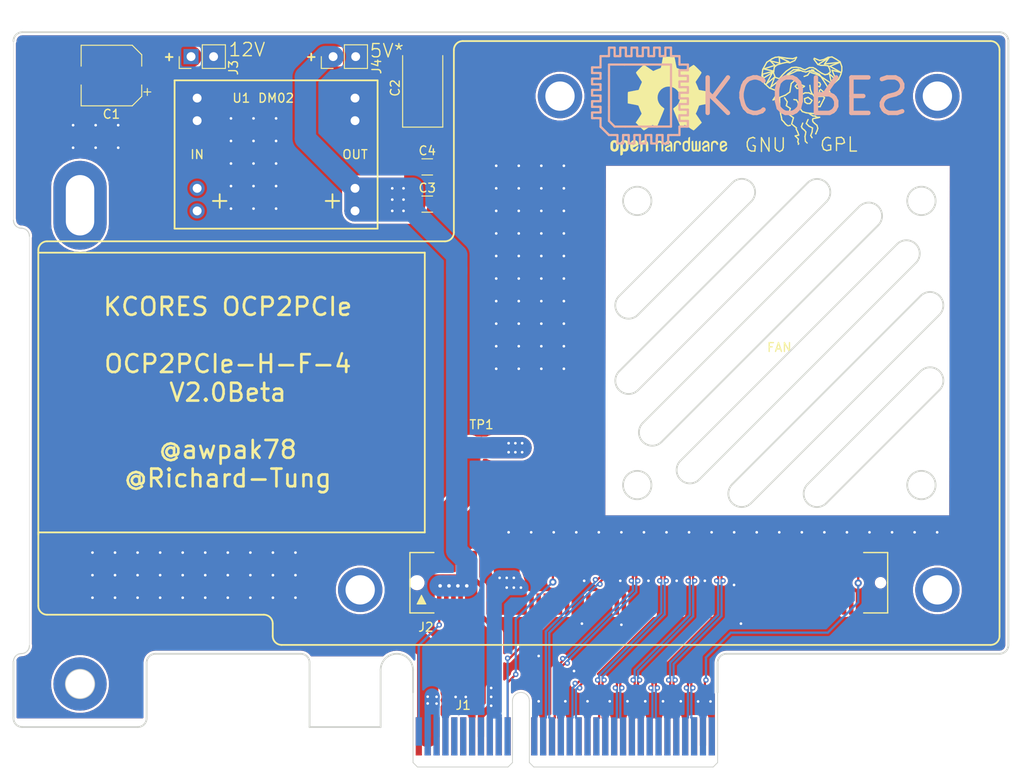
<source format=kicad_pcb>
(kicad_pcb (version 20171130) (host pcbnew "(5.1.4)-1")
  (layers (0 F.Cu signal) (31 B.Cu signal) (34 B.Paste user) (35 F.Paste user) (36 B.SilkS user) (37 F.SilkS user) (38 B.Mask user) (39 F.Mask user) (44 Edge.Cuts user))
  (net 0 "")
  (net 1 "Net-(J2-Pad59)")
  (net 2 "Net-(J2-Pad58)")
  (net 3 "Net-(J2-Pad55)")
  (net 4 "Net-(J2-Pad54)")
  (net 5 "Net-(J2-Pad51)")
  (net 6 "Net-(J2-Pad50)")
  (net 7 "Net-(J2-Pad47)")
  (net 8 "Net-(J2-Pad46)")
  (net 9 "Net-(J2-Pad27)")
  (net 10 "Net-(J2-Pad26)")
  (net 11 "Net-(J2-Pad23)")
  (net 12 "Net-(J2-Pad22)")
  (net 13 "Net-(J2-Pad16)")
  (net 14 "Net-(J2-Pad15)")
  (net 15 "Net-(J2-Pad14)")
  (net 16 "Net-(J2-Pad80)")
  (net 17 "Net-(J2-Pad78)")
  (net 18 "Net-(J2-Pad76)")
  (net 19 "Net-(J2-Pad75)")
  (net 20 "Net-(J2-Pad74)")
  (net 21 "Net-(J1-PadA32)")
  (net 22 "Net-(J1-PadA19)")
  (net 23 "Net-(J1-PadB30)")
  (net 24 +12V)
  (net 25 GND)
  (net 26 +3V3)
  (net 27 "Net-(J1-PadB9)")
  (net 28 3V3AUX)
  (net 29 WAKE)
  (net 30 "Net-(J1-PadB17)")
  (net 31 "Net-(J1-PadB12)")
  (net 32 "Net-(J1-PadA5)")
  (net 33 "Net-(J1-PadA6)")
  (net 34 "Net-(J1-PadA7)")
  (net 35 "Net-(J1-PadA8)")
  (net 36 PERST)
  (net 37 REFCLK-)
  (net 38 REFCLK+)
  (net 39 "Net-(J2-Pad81)")
  (net 40 HSO3_N)
  (net 41 HSO3_P)
  (net 42 HSO2_N)
  (net 43 HSO2_P)
  (net 44 HSO1_N)
  (net 45 HSO1_P)
  (net 46 HSO0_P)
  (net 47 HSO0_N)
  (net 48 HSI3_N)
  (net 49 HSI3_P)
  (net 50 HSI2_N)
  (net 51 HSI2_P)
  (net 52 HSI1_N)
  (net 53 HSI1_P)
  (net 54 HSI0_P)
  (net 55 HSI0_N)
  (net 56 PRSNT2)
  (net 57 PRSNT1)
  (net 58 "Net-(J2-Pad117)")
  (net 59 "Net-(J2-Pad116)")
  (net 60 "Net-(J2-Pad113)")
  (net 61 "Net-(J2-Pad112)")
  (net 62 "Net-(J2-Pad109)")
  (net 63 "Net-(J2-Pad108)")
  (net 64 "Net-(J2-Pad105)")
  (net 65 "Net-(J2-Pad104)")
  (net 66 P5V_AUX)
  (net 67 "Net-(J1-PadB5)")
  (net 68 "Net-(J1-PadB6)")
  (net 69 "Net-(J2-Pad19)")
  (net 70 "Net-(J2-Pad18)")
  (module Connector_Wire:SolderWirePad_1x01_Drill0.8mm (layer F.Cu) (at 95.5 70.739)
    (fp_text reference REF** hide)
    (fp_text value "" hide)
    (pad 1 thru_hole oval (at 0 0) (size 6 10) (drill oval 3.2 6.8) (layers *.Cu *.Mask))
  )
  (module Connector_Wire:SolderWirePad_1x01_Drill0.8mm (layer F.Cu) (at 95.5 124.650001)
    (fp_text reference REF** hide)
    (fp_text value "" hide)
    (pad 1 thru_hole circle (at 0 0) (size 6 6) (drill 3.2) (layers *.Cu *.Mask))
  )
  (module FCI_61082:OCP_Mezz_V2.0 (layer F.Cu) (at 133.45 113.25)
    (fp_text reference J2 (at 1 5) (layer F.SilkS))
    (fp_text value Conn_02x40_Top_Bottom)
    (pad 120 smd rect (at 49.7 -2.4) (size 0.5 2.4) (layers F.Cu F.Paste F.Mask) (net 56 PRSNT2))
    (pad 119 smd rect (at 48.9 -2.4) (size 0.5 2.4) (layers F.Cu F.Paste F.Mask) (net 25 GND))
    (pad 118 smd rect (at 48.1 -2.4) (size 0.5 2.4) (layers F.Cu F.Paste F.Mask) (net 25 GND))
    (pad 117 smd rect (at 47.3 -2.4) (size 0.5 2.4) (layers F.Cu F.Paste F.Mask) (net 58 "Net-(J2-Pad117)"))
    (pad 116 smd rect (at 46.5 -2.4) (size 0.5 2.4) (layers F.Cu F.Paste F.Mask) (net 59 "Net-(J2-Pad116)"))
    (pad 115 smd rect (at 45.7 -2.4) (size 0.5 2.4) (layers F.Cu F.Paste F.Mask) (net 25 GND))
    (pad 114 smd rect (at 44.9 -2.4) (size 0.5 2.4) (layers F.Cu F.Paste F.Mask) (net 25 GND))
    (pad 113 smd rect (at 44.1 -2.4) (size 0.5 2.4) (layers F.Cu F.Paste F.Mask) (net 60 "Net-(J2-Pad113)"))
    (pad 112 smd rect (at 43.3 -2.4) (size 0.5 2.4) (layers F.Cu F.Paste F.Mask) (net 61 "Net-(J2-Pad112)"))
    (pad 111 smd rect (at 42.5 -2.4) (size 0.5 2.4) (layers F.Cu F.Paste F.Mask) (net 25 GND))
    (pad 110 smd rect (at 41.7 -2.4) (size 0.5 2.4) (layers F.Cu F.Paste F.Mask) (net 25 GND))
    (pad 109 smd rect (at 40.9 -2.4) (size 0.5 2.4) (layers F.Cu F.Paste F.Mask) (net 62 "Net-(J2-Pad109)"))
    (pad 108 smd rect (at 40.1 -2.4) (size 0.5 2.4) (layers F.Cu F.Paste F.Mask) (net 63 "Net-(J2-Pad108)"))
    (pad 107 smd rect (at 39.3 -2.4) (size 0.5 2.4) (layers F.Cu F.Paste F.Mask) (net 25 GND))
    (pad 106 smd rect (at 38.5 -2.4) (size 0.5 2.4) (layers F.Cu F.Paste F.Mask) (net 25 GND))
    (pad 105 smd rect (at 37.7 -2.4) (size 0.5 2.4) (layers F.Cu F.Paste F.Mask) (net 64 "Net-(J2-Pad105)"))
    (pad 104 smd rect (at 36.9 -2.4) (size 0.5 2.4) (layers F.Cu F.Paste F.Mask) (net 65 "Net-(J2-Pad104)"))
    (pad 103 smd rect (at 36.1 -2.4) (size 0.5 2.4) (layers F.Cu F.Paste F.Mask) (net 25 GND))
    (pad 102 smd rect (at 35.3 -2.4) (size 0.5 2.4) (layers F.Cu F.Paste F.Mask) (net 25 GND))
    (pad 101 smd rect (at 34.5 -2.4) (size 0.5 2.4) (layers F.Cu F.Paste F.Mask) (net 40 HSO3_N))
    (pad 100 smd rect (at 33.7 -2.4) (size 0.5 2.4) (layers F.Cu F.Paste F.Mask) (net 41 HSO3_P))
    (pad 99 smd rect (at 32.9 -2.4) (size 0.5 2.4) (layers F.Cu F.Paste F.Mask) (net 25 GND))
    (pad 98 smd rect (at 32.1 -2.4) (size 0.5 2.4) (layers F.Cu F.Paste F.Mask) (net 25 GND))
    (pad 97 smd rect (at 31.3 -2.4) (size 0.5 2.4) (layers F.Cu F.Paste F.Mask) (net 42 HSO2_N))
    (pad 96 smd rect (at 30.5 -2.4) (size 0.5 2.4) (layers F.Cu F.Paste F.Mask) (net 43 HSO2_P))
    (pad 95 smd rect (at 29.7 -2.4) (size 0.5 2.4) (layers F.Cu F.Paste F.Mask) (net 25 GND))
    (pad 94 smd rect (at 28.9 -2.4) (size 0.5 2.4) (layers F.Cu F.Paste F.Mask) (net 25 GND))
    (pad 93 smd rect (at 28.1 -2.4) (size 0.5 2.4) (layers F.Cu F.Paste F.Mask) (net 44 HSO1_N))
    (pad 92 smd rect (at 27.3 -2.4) (size 0.5 2.4) (layers F.Cu F.Paste F.Mask) (net 45 HSO1_P))
    (pad 91 smd rect (at 26.5 -2.4) (size 0.5 2.4) (layers F.Cu F.Paste F.Mask) (net 25 GND))
    (pad 90 smd rect (at 25.7 -2.4) (size 0.5 2.4) (layers F.Cu F.Paste F.Mask) (net 25 GND))
    (pad 89 smd rect (at 24.9 -2.4) (size 0.5 2.4) (layers F.Cu F.Paste F.Mask) (net 47 HSO0_N))
    (pad 88 smd rect (at 24.1 -2.4) (size 0.5 2.4) (layers F.Cu F.Paste F.Mask) (net 46 HSO0_P))
    (pad 87 smd rect (at 23.3 -2.4) (size 0.5 2.4) (layers F.Cu F.Paste F.Mask) (net 25 GND))
    (pad 86 smd rect (at 22.5 -2.4) (size 0.5 2.4) (layers F.Cu F.Paste F.Mask) (net 25 GND))
    (pad 85 smd rect (at 21.7 -2.4) (size 0.5 2.4) (layers F.Cu F.Paste F.Mask) (net 37 REFCLK-))
    (pad 84 smd rect (at 20.9 -2.4) (size 0.5 2.4) (layers F.Cu F.Paste F.Mask) (net 38 REFCLK+))
    (pad 83 smd rect (at 20.1 -2.4) (size 0.5 2.4) (layers F.Cu F.Paste F.Mask) (net 25 GND))
    (pad 82 smd rect (at 19.3 -2.4) (size 0.5 2.4) (layers F.Cu F.Paste F.Mask) (net 25 GND))
    (pad 81 smd rect (at 18.5 -2.4) (size 0.5 2.4) (layers F.Cu F.Paste F.Mask) (net 39 "Net-(J2-Pad81)"))
    (pad 80 smd rect (at 17.7 -2.4) (size 0.5 2.4) (layers F.Cu F.Paste F.Mask) (net 16 "Net-(J2-Pad80)"))
    (pad 79 smd rect (at 16.9 -2.4) (size 0.5 2.4) (layers F.Cu F.Paste F.Mask) (net 25 GND))
    (pad 78 smd rect (at 16.1 -2.4) (size 0.5 2.4) (layers F.Cu F.Paste F.Mask) (net 17 "Net-(J2-Pad78)"))
    (pad 77 smd rect (at 15.3 -2.4) (size 0.5 2.4) (layers F.Cu F.Paste F.Mask) (net 29 WAKE))
    (pad 76 smd rect (at 14.5 -2.4) (size 0.5 2.4) (layers F.Cu F.Paste F.Mask) (net 18 "Net-(J2-Pad76)"))
    (pad 75 smd rect (at 13.7 -2.4) (size 0.5 2.4) (layers F.Cu F.Paste F.Mask) (net 19 "Net-(J2-Pad75)"))
    (pad 74 smd rect (at 12.9 -2.4) (size 0.5 2.4) (layers F.Cu F.Paste F.Mask) (net 20 "Net-(J2-Pad74)"))
    (pad 73 smd rect (at 12.1 -2.4) (size 0.5 2.4) (layers F.Cu F.Paste F.Mask) (net 25 GND))
    (pad 72 smd rect (at 11.3 -2.4) (size 0.5 2.4) (layers F.Cu F.Paste F.Mask) (net 26 +3V3))
    (pad 71 smd rect (at 10.5 -2.4) (size 0.5 2.4) (layers F.Cu F.Paste F.Mask) (net 26 +3V3))
    (pad 70 smd rect (at 9.7 -2.4) (size 0.5 2.4) (layers F.Cu F.Paste F.Mask) (net 26 +3V3))
    (pad 69 smd rect (at 8.9 -2.4) (size 0.5 2.4) (layers F.Cu F.Paste F.Mask) (net 26 +3V3))
    (pad 68 smd rect (at 8.1 -2.4) (size 0.5 2.4) (layers F.Cu F.Paste F.Mask) (net 25 GND))
    (pad 67 smd rect (at 7.3 -2.4) (size 0.5 2.4) (layers F.Cu F.Paste F.Mask) (net 25 GND))
    (pad 66 smd rect (at 6.5 -2.4) (size 0.5 2.4) (layers F.Cu F.Paste F.Mask) (net 28 3V3AUX))
    (pad 65 smd rect (at 5.7 -2.4) (size 0.5 2.4) (layers F.Cu F.Paste F.Mask) (net 25 GND))
    (pad 64 smd rect (at 4.9 -2.4) (size 0.5 2.4) (layers F.Cu F.Paste F.Mask) (net 25 GND))
    (pad 63 smd rect (at 4.1 -2.4) (size 0.5 2.4) (layers F.Cu F.Paste F.Mask) (net 24 +12V))
    (pad 62 smd rect (at 3.3 -2.4) (size 0.5 2.4) (layers F.Cu F.Paste F.Mask) (net 24 +12V))
    (pad 61 smd rect (at 2.5 -2.4) (size 0.5 2.4) (layers F.Cu F.Paste F.Mask) (net 24 +12V))
    (pad 60 smd rect (at 49.7 2.4) (size 0.5 2.4) (layers F.Cu F.Paste F.Mask) (net 25 GND))
    (pad 59 smd rect (at 48.9 2.4) (size 0.5 2.4) (layers F.Cu F.Paste F.Mask) (net 1 "Net-(J2-Pad59)"))
    (pad 58 smd rect (at 48.1 2.4) (size 0.5 2.4) (layers F.Cu F.Paste F.Mask) (net 2 "Net-(J2-Pad58)"))
    (pad 57 smd rect (at 47.3 2.4) (size 0.5 2.4) (layers F.Cu F.Paste F.Mask) (net 25 GND))
    (pad 56 smd rect (at 46.5 2.4) (size 0.5 2.4) (layers F.Cu F.Paste F.Mask) (net 25 GND))
    (pad 55 smd rect (at 45.7 2.4) (size 0.5 2.4) (layers F.Cu F.Paste F.Mask) (net 3 "Net-(J2-Pad55)"))
    (pad 54 smd rect (at 44.9 2.4) (size 0.5 2.4) (layers F.Cu F.Paste F.Mask) (net 4 "Net-(J2-Pad54)"))
    (pad 53 smd rect (at 44.1 2.4) (size 0.5 2.4) (layers F.Cu F.Paste F.Mask) (net 25 GND))
    (pad 52 smd rect (at 43.3 2.4) (size 0.5 2.4) (layers F.Cu F.Paste F.Mask) (net 25 GND))
    (pad 51 smd rect (at 42.5 2.4) (size 0.5 2.4) (layers F.Cu F.Paste F.Mask) (net 5 "Net-(J2-Pad51)"))
    (pad 50 smd rect (at 41.7 2.4) (size 0.5 2.4) (layers F.Cu F.Paste F.Mask) (net 6 "Net-(J2-Pad50)"))
    (pad 49 smd rect (at 40.9 2.4) (size 0.5 2.4) (layers F.Cu F.Paste F.Mask) (net 25 GND))
    (pad 48 smd rect (at 40.1 2.4) (size 0.5 2.4) (layers F.Cu F.Paste F.Mask) (net 25 GND))
    (pad 47 smd rect (at 39.3 2.4) (size 0.5 2.4) (layers F.Cu F.Paste F.Mask) (net 7 "Net-(J2-Pad47)"))
    (pad 46 smd rect (at 38.5 2.4) (size 0.5 2.4) (layers F.Cu F.Paste F.Mask) (net 8 "Net-(J2-Pad46)"))
    (pad 45 smd rect (at 37.7 2.4) (size 0.5 2.4) (layers F.Cu F.Paste F.Mask) (net 25 GND))
    (pad 44 smd rect (at 36.9 2.4) (size 0.5 2.4) (layers F.Cu F.Paste F.Mask) (net 25 GND))
    (pad 43 smd rect (at 36.1 2.4) (size 0.5 2.4) (layers F.Cu F.Paste F.Mask) (net 48 HSI3_N))
    (pad 42 smd rect (at 35.3 2.4) (size 0.5 2.4) (layers F.Cu F.Paste F.Mask) (net 49 HSI3_P))
    (pad 41 smd rect (at 34.5 2.4) (size 0.5 2.4) (layers F.Cu F.Paste F.Mask) (net 25 GND))
    (pad 40 smd rect (at 33.7 2.4) (size 0.5 2.4) (layers F.Cu F.Paste F.Mask) (net 25 GND))
    (pad 39 smd rect (at 32.9 2.4) (size 0.5 2.4) (layers F.Cu F.Paste F.Mask) (net 50 HSI2_N))
    (pad 38 smd rect (at 32.1 2.4) (size 0.5 2.4) (layers F.Cu F.Paste F.Mask) (net 51 HSI2_P))
    (pad 37 smd rect (at 31.3 2.4) (size 0.5 2.4) (layers F.Cu F.Paste F.Mask) (net 25 GND))
    (pad 36 smd rect (at 30.5 2.4) (size 0.5 2.4) (layers F.Cu F.Paste F.Mask) (net 25 GND))
    (pad 35 smd rect (at 29.7 2.4) (size 0.5 2.4) (layers F.Cu F.Paste F.Mask) (net 52 HSI1_N))
    (pad 34 smd rect (at 28.9 2.4) (size 0.5 2.4) (layers F.Cu F.Paste F.Mask) (net 53 HSI1_P))
    (pad 33 smd rect (at 28.1 2.4) (size 0.5 2.4) (layers F.Cu F.Paste F.Mask) (net 25 GND))
    (pad 32 smd rect (at 27.3 2.4) (size 0.5 2.4) (layers F.Cu F.Paste F.Mask) (net 25 GND))
    (pad 31 smd rect (at 26.5 2.4) (size 0.5 2.4) (layers F.Cu F.Paste F.Mask) (net 55 HSI0_N))
    (pad 30 smd rect (at 25.7 2.4) (size 0.5 2.4) (layers F.Cu F.Paste F.Mask) (net 54 HSI0_P))
    (pad 29 smd rect (at 24.9 2.4) (size 0.5 2.4) (layers F.Cu F.Paste F.Mask) (net 25 GND))
    (pad 28 smd rect (at 24.1 2.4) (size 0.5 2.4) (layers F.Cu F.Paste F.Mask) (net 25 GND))
    (pad 27 smd rect (at 23.3 2.4) (size 0.5 2.4) (layers F.Cu F.Paste F.Mask) (net 9 "Net-(J2-Pad27)"))
    (pad 26 smd rect (at 22.5 2.4) (size 0.5 2.4) (layers F.Cu F.Paste F.Mask) (net 10 "Net-(J2-Pad26)"))
    (pad 25 smd rect (at 21.7 2.4) (size 0.5 2.4) (layers F.Cu F.Paste F.Mask) (net 25 GND))
    (pad 24 smd rect (at 20.9 2.4) (size 0.5 2.4) (layers F.Cu F.Paste F.Mask) (net 25 GND))
    (pad 23 smd rect (at 20.1 2.4) (size 0.5 2.4) (layers F.Cu F.Paste F.Mask) (net 11 "Net-(J2-Pad23)"))
    (pad 22 smd rect (at 19.3 2.4) (size 0.5 2.4) (layers F.Cu F.Paste F.Mask) (net 12 "Net-(J2-Pad22)"))
    (pad 21 smd rect (at 18.5 2.4) (size 0.5 2.4) (layers F.Cu F.Paste F.Mask) (net 25 GND))
    (pad 20 smd rect (at 17.7 2.4) (size 0.5 2.4) (layers F.Cu F.Paste F.Mask) (net 25 GND))
    (pad 19 smd rect (at 16.9 2.4) (size 0.5 2.4) (layers F.Cu F.Paste F.Mask) (net 69 "Net-(J2-Pad19)"))
    (pad 18 smd rect (at 16.1 2.4) (size 0.5 2.4) (layers F.Cu F.Paste F.Mask) (net 70 "Net-(J2-Pad18)"))
    (pad 17 smd rect (at 15.3 2.4) (size 0.5 2.4) (layers F.Cu F.Paste F.Mask) (net 36 PERST))
    (pad 16 smd rect (at 14.5 2.4) (size 0.5 2.4) (layers F.Cu F.Paste F.Mask) (net 13 "Net-(J2-Pad16)"))
    (pad 15 smd rect (at 13.7 2.4) (size 0.5 2.4) (layers F.Cu F.Paste F.Mask) (net 14 "Net-(J2-Pad15)"))
    (pad 14 smd rect (at 12.9 2.4) (size 0.5 2.4) (layers F.Cu F.Paste F.Mask) (net 15 "Net-(J2-Pad14)"))
    (pad 13 smd rect (at 12.1 2.4) (size 0.5 2.4) (layers F.Cu F.Paste F.Mask) (net 26 +3V3))
    (pad 12 smd rect (at 11.3 2.4) (size 0.5 2.4) (layers F.Cu F.Paste F.Mask) (net 26 +3V3))
    (pad 11 smd rect (at 10.5 2.4) (size 0.5 2.4) (layers F.Cu F.Paste F.Mask) (net 26 +3V3))
    (pad 10 smd rect (at 9.7 2.4) (size 0.5 2.4) (layers F.Cu F.Paste F.Mask) (net 26 +3V3))
    (pad 9 smd rect (at 8.9 2.4) (size 0.5 2.4) (layers F.Cu F.Paste F.Mask) (net 25 GND))
    (pad 8 smd rect (at 8.1 2.4) (size 0.5 2.4) (layers F.Cu F.Paste F.Mask) (net 25 GND))
    (pad 7 smd rect (at 7.3 2.4) (size 0.5 2.4) (layers F.Cu F.Paste F.Mask) (net 28 3V3AUX))
    (pad 6 smd rect (at 6.5 2.4) (size 0.5 2.4) (layers F.Cu F.Paste F.Mask) (net 25 GND))
    (pad 5 smd rect (at 5.7 2.4) (size 0.5 2.4) (layers F.Cu F.Paste F.Mask) (net 25 GND))
    (pad 4 smd rect (at 4.9 2.4) (size 0.5 2.4) (layers F.Cu F.Paste F.Mask) (net 66 P5V_AUX))
    (pad 3 smd rect (at 4.1 2.4) (size 0.5 2.4) (layers F.Cu F.Paste F.Mask) (net 66 P5V_AUX))
    (pad 2 smd rect (at 3.3 2.4) (size 0.5 2.4) (layers F.Cu F.Paste F.Mask) (net 66 P5V_AUX))
    (pad "" thru_hole circle (at 58.6 0.8) (size 5 5) (drill 3.3) (layers *.Cu *.Mask))
    (pad "" thru_hole circle (at 58.6 -54.8) (size 5 5) (drill 3.3) (layers *.Cu *.Mask))
    (pad "" thru_hole circle (at 16.1 -54.8) (size 5 5) (drill 3.3) (layers *.Cu *.Mask))
    (pad 1 smd rect (at 2.5 2.4) (size 0.5 2.4) (layers F.Cu F.Paste F.Mask) (net 57 PRSNT1))
    (pad "" np_thru_hole circle (at 0 0) (size 1.2 1.2) (drill 1.2) (layers *.Cu *.Mask))
    (pad "" np_thru_hole circle (at 52.2 0) (size 0.8 0.8) (drill 0.8) (layers *.Cu *.Mask))
    (pad "" thru_hole circle (at -6.4 0.8) (size 5 5) (drill 3.3) (layers *.Cu *.Mask))
  )
  (module Connector_PCBEdge:BUS_PCIexpress_x4 (layer F.Cu) (at 133.65 130.55)
    (fp_text reference J1 (at 5 -3.5) (layer F.SilkS))
    (fp_text value "PCI Express x4")
    (fp_line (start 10.55 -4) (end 10.55 2.95) (layer Edge.Cuts) (width 0.1))
    (fp_line (start 12.45 -4) (end 12.45 2.95) (layer Edge.Cuts) (width 0.1))
    (fp_line (start -0.65 -4.95) (end -0.65 2.95) (layer Edge.Cuts) (width 0.1))
    (fp_line (start -0.15 3.45) (end 10.05 3.45) (layer Edge.Cuts) (width 0.1))
    (fp_line (start 33.65 -4.95) (end 33.65 2.95) (layer Edge.Cuts) (width 0.1))
    (fp_line (start 12.95 3.45) (end 33.15 3.45) (layer Edge.Cuts) (width 0.1))
    (fp_line (start -0.65 2.95) (end -0.15 3.45) (layer Edge.Cuts) (width 0.1))
    (fp_line (start 10.55 2.95) (end 10.05 3.45) (layer Edge.Cuts) (width 0.1))
    (fp_line (start 12.45 2.95) (end 12.95 3.45) (layer Edge.Cuts) (width 0.1))
    (fp_line (start 33.65 2.95) (end 33.15 3.45) (layer Edge.Cuts) (width 0.1))
    (fp_arc (start 11.5 -4) (end 12.45 -4) (angle -180) (layer Edge.Cuts) (width 0.1))
    (pad A32 connect rect (at 33 0) (size 0.7 4.3) (layers B.Cu B.Mask) (net 21 "Net-(J1-PadA32)"))
    (pad A31 connect rect (at 32 0) (size 0.7 4.3) (layers B.Cu B.Mask) (net 25 GND))
    (pad A30 connect rect (at 31 0) (size 0.7 4.3) (layers B.Cu B.Mask) (net 48 HSI3_N))
    (pad A29 connect rect (at 30 0) (size 0.7 4.3) (layers B.Cu B.Mask) (net 49 HSI3_P))
    (pad A28 connect rect (at 29 0) (size 0.7 4.3) (layers B.Cu B.Mask) (net 25 GND))
    (pad A27 connect rect (at 28 0) (size 0.7 4.3) (layers B.Cu B.Mask) (net 25 GND))
    (pad A26 connect rect (at 27 0) (size 0.7 4.3) (layers B.Cu B.Mask) (net 50 HSI2_N))
    (pad A25 connect rect (at 26 0) (size 0.7 4.3) (layers B.Cu B.Mask) (net 51 HSI2_P))
    (pad A24 connect rect (at 25 0) (size 0.7 4.3) (layers B.Cu B.Mask) (net 25 GND))
    (pad A23 connect rect (at 24 0) (size 0.7 4.3) (layers B.Cu B.Mask) (net 25 GND))
    (pad A22 connect rect (at 23 0) (size 0.7 4.3) (layers B.Cu B.Mask) (net 52 HSI1_N))
    (pad A21 connect rect (at 22 0) (size 0.7 4.3) (layers B.Cu B.Mask) (net 53 HSI1_P))
    (pad A20 connect rect (at 21 0) (size 0.7 4.3) (layers B.Cu B.Mask) (net 25 GND))
    (pad A19 connect rect (at 20 0) (size 0.7 4.3) (layers B.Cu B.Mask) (net 22 "Net-(J1-PadA19)"))
    (pad B32 connect rect (at 33 0) (size 0.7 4.3) (layers F.Cu F.Mask) (net 25 GND))
    (pad B31 connect rect (at 32 -0.55) (size 0.7 3.2) (layers F.Cu F.Mask) (net 56 PRSNT2))
    (pad B30 connect rect (at 31 0) (size 0.7 4.3) (layers F.Cu F.Mask) (net 23 "Net-(J1-PadB30)"))
    (pad B29 connect rect (at 30 0) (size 0.7 4.3) (layers F.Cu F.Mask) (net 25 GND))
    (pad B28 connect rect (at 29 0) (size 0.7 4.3) (layers F.Cu F.Mask) (net 40 HSO3_N))
    (pad B27 connect rect (at 28 0) (size 0.7 4.3) (layers F.Cu F.Mask) (net 41 HSO3_P))
    (pad B26 connect rect (at 27 0) (size 0.7 4.3) (layers F.Cu F.Mask) (net 25 GND))
    (pad B25 connect rect (at 26 0) (size 0.7 4.3) (layers F.Cu F.Mask) (net 25 GND))
    (pad B24 connect rect (at 25 0) (size 0.7 4.3) (layers F.Cu F.Mask) (net 42 HSO2_N))
    (pad B23 connect rect (at 24 0) (size 0.7 4.3) (layers F.Cu F.Mask) (net 43 HSO2_P))
    (pad B22 connect rect (at 23 0) (size 0.7 4.3) (layers F.Cu F.Mask) (net 25 GND))
    (pad B21 connect rect (at 22 0) (size 0.7 4.3) (layers F.Cu F.Mask) (net 25 GND))
    (pad B20 connect rect (at 21 0) (size 0.7 4.3) (layers F.Cu F.Mask) (net 44 HSO1_N))
    (pad B19 connect rect (at 20 0) (size 0.7 4.3) (layers F.Cu F.Mask) (net 45 HSO1_P))
    (pad B1 connect rect (at 0 0) (size 0.7 4.3) (layers F.Cu F.Mask) (net 24 +12V))
    (pad B2 connect rect (at 1 0) (size 0.7 4.3) (layers F.Cu F.Mask) (net 24 +12V))
    (pad B3 connect rect (at 2 0) (size 0.7 4.3) (layers F.Cu F.Mask) (net 24 +12V))
    (pad B4 connect rect (at 3 0) (size 0.7 4.3) (layers F.Cu F.Mask) (net 25 GND))
    (pad B5 connect rect (at 4 0) (size 0.7 4.3) (layers F.Cu F.Mask) (net 67 "Net-(J1-PadB5)"))
    (pad B6 connect rect (at 5 0) (size 0.7 4.3) (layers F.Cu F.Mask) (net 68 "Net-(J1-PadB6)"))
    (pad B7 connect rect (at 6 0) (size 0.7 4.3) (layers F.Cu F.Mask) (net 25 GND))
    (pad B8 connect rect (at 7 0) (size 0.7 4.3) (layers F.Cu F.Mask) (net 26 +3V3))
    (pad B9 connect rect (at 8 0) (size 0.7 4.3) (layers F.Cu F.Mask) (net 27 "Net-(J1-PadB9)"))
    (pad B10 connect rect (at 9 0) (size 0.7 4.3) (layers F.Cu F.Mask) (net 28 3V3AUX))
    (pad B11 connect rect (at 10 0) (size 0.7 4.3) (layers F.Cu F.Mask) (net 29 WAKE))
    (pad B14 connect rect (at 15 0) (size 0.7 4.3) (layers F.Cu F.Mask) (net 46 HSO0_P))
    (pad B15 connect rect (at 16 0) (size 0.7 4.3) (layers F.Cu F.Mask) (net 47 HSO0_N))
    (pad B16 connect rect (at 17 0) (size 0.7 4.3) (layers F.Cu F.Mask) (net 25 GND))
    (pad B17 connect rect (at 18 0) (size 0.7 4.3) (layers F.Cu F.Mask) (net 30 "Net-(J1-PadB17)"))
    (pad B18 connect rect (at 19 0) (size 0.7 4.3) (layers F.Cu F.Mask) (net 25 GND))
    (pad B12 connect rect (at 13 0) (size 0.7 4.3) (layers F.Cu F.Mask) (net 31 "Net-(J1-PadB12)"))
    (pad B13 connect rect (at 14 0) (size 0.7 4.3) (layers F.Cu F.Mask) (net 25 GND))
    (pad A1 connect rect (at 0 -0.55) (size 0.7 3.2) (layers B.Cu B.Mask) (net 57 PRSNT1))
    (pad A2 connect rect (at 1 0) (size 0.7 4.3) (layers B.Cu B.Mask) (net 24 +12V))
    (pad A3 connect rect (at 2 0) (size 0.7 4.3) (layers B.Cu B.Mask) (net 24 +12V))
    (pad A4 connect rect (at 3 0) (size 0.7 4.3) (layers B.Cu B.Mask) (net 25 GND))
    (pad A5 connect rect (at 4 0) (size 0.7 4.3) (layers B.Cu B.Mask) (net 32 "Net-(J1-PadA5)"))
    (pad A6 connect rect (at 5 0) (size 0.7 4.3) (layers B.Cu B.Mask) (net 33 "Net-(J1-PadA6)"))
    (pad A7 connect rect (at 6 0) (size 0.7 4.3) (layers B.Cu B.Mask) (net 34 "Net-(J1-PadA7)"))
    (pad A8 connect rect (at 7 0) (size 0.7 4.3) (layers B.Cu B.Mask) (net 35 "Net-(J1-PadA8)"))
    (pad A9 connect rect (at 8 0) (size 0.7 4.3) (layers B.Cu B.Mask) (net 26 +3V3))
    (pad A10 connect rect (at 9 0) (size 0.7 4.3) (layers B.Cu B.Mask) (net 26 +3V3))
    (pad A11 connect rect (at 10 0) (size 0.7 4.3) (layers B.Cu B.Mask) (net 36 PERST))
    (pad A14 connect rect (at 15 0) (size 0.7 4.3) (layers B.Cu B.Mask) (net 37 REFCLK-))
    (pad A15 connect rect (at 16 0) (size 0.7 4.3) (layers B.Cu B.Mask) (net 25 GND))
    (pad A16 connect rect (at 17 0) (size 0.7 4.3) (layers B.Cu B.Mask) (net 54 HSI0_P))
    (pad A17 connect rect (at 18 0) (size 0.7 4.3) (layers B.Cu B.Mask) (net 55 HSI0_N))
    (pad A18 connect rect (at 19 0) (size 0.7 4.3) (layers B.Cu B.Mask) (net 25 GND))
    (pad A12 connect rect (at 13 0) (size 0.7 4.3) (layers B.Cu B.Mask) (net 25 GND))
    (pad A13 connect rect (at 14 0) (size 0.7 4.3) (layers B.Cu B.Mask) (net 38 REFCLK+))
  )
  (module Symbol:OSHW-Logo2_14.6x12mm_SilkScreen (layer F.Cu) (at 161.798 59.563)
    (fp_text reference REF** hide)
    (fp_text value OSHW-Logo2_14.6x12mm_SilkScreen hide)
  )
  (module Symbol:Symbol_GNU-Logo_SilkscreenTop (layer F.Cu) (at 177.038 57.785)
    (fp_text reference REF** hide)
    (fp_text value Symbol_GNU-Logo_SilkscreenTop)
  )
  (module Connector_PinHeader_2.54mm:PinHeader_1x02_P2.54mm_Vertical (layer F.Cu) (at 124 54 90)
    (fp_text reference J4 (at -1.118 4.905 270) (layer F.SilkS))
    (fp_text value Conn_01x02)
    (pad 1 thru_hole rect (at 0 0 90) (size 1.7 1.7) (drill 1) (layers *.Cu *.Mask) (net 66 P5V_AUX))
    (pad 2 thru_hole oval (at 0 2.54 90) (size 1.7 1.7) (drill 1) (layers *.Cu *.Mask) (net 25 GND))
  )
  (module Connector_PinHeader_2.54mm:PinHeader_1x02_P2.54mm_Vertical (layer F.Cu) (at 108 54 90)
    (fp_text reference J3 (at -1.245 4.776 90) (layer F.SilkS))
    (fp_text value Conn_01x02)
    (pad 1 thru_hole rect (at 0 0 90) (size 1.7 1.7) (drill 1) (layers *.Cu *.Mask) (net 24 +12V))
    (pad 2 thru_hole oval (at 0 2.54 90) (size 1.7 1.7) (drill 1) (layers *.Cu *.Mask) (net 25 GND))
  )
  (module FCI_61082:TestPlot (layer F.Cu) (at 140.716 98.044)
    (fp_text reference TP1 (at 0 -2.6) (layer F.SilkS))
    (fp_text value TestPoint_2Pole)
    (pad 2 smd rect (at 1.325 0) (size 2.4 2) (layers F.Cu F.Paste F.Mask) (net 66 P5V_AUX))
    (pad 1 smd rect (at -1.325 0) (size 2.4 2) (layers F.Cu F.Paste F.Mask) (net 24 +12V))
  )
  (module FCI_61082:DM02 (layer F.Cu) (at 126.468 71.374 180)
    (fp_text reference U1 (at 12.803 12.7) (layer F.SilkS))
    (fp_text value DM02)
    (fp_text user DM02 (at 8.89 12.7) (layer F.SilkS))
    (fp_text user IN (at 17.78 6.35) (layer F.SilkS))
    (fp_text user OUT (at 0 6.35) (layer F.SilkS))
    (fp_text user + (at 15.24 1.27) (layer F.SilkS) (effects (font (size 2 2) (thickness 0.2))))
    (fp_text user + (at 2.54 1.27) (layer F.SilkS) (effects (font (size 2 2) (thickness 0.2))))
    (pad 1 thru_hole circle (at 0 0 180) (size 1.7 1.7) (drill 1) (layers *.Cu *.Mask) (net 66 P5V_AUX))
    (pad 1 connect oval (at 0 0 180) (size 4.24 1.7) (drill (offset -1.27 0)) (layers F.Cu F.Mask) (net 66 P5V_AUX))
    (pad 1 connect oval (at 0 2.54 180) (size 4.24 1.7) (drill (offset -1.27 0)) (layers F.Cu F.Mask) (net 66 P5V_AUX))
    (pad 1 thru_hole circle (at 0 2.54 180) (size 1.7 1.7) (drill 1) (layers *.Cu *.Mask) (net 66 P5V_AUX))
    (pad 2 connect oval (at 0 10.16 180) (size 4.24 1.7) (drill (offset -1.27 0)) (layers F.Cu F.Mask) (net 25 GND))
    (pad 2 thru_hole circle (at 0 12.7 180) (size 1.7 1.7) (drill 1) (layers *.Cu *.Mask) (net 25 GND))
    (pad 2 thru_hole circle (at 0 10.16 180) (size 1.7 1.7) (drill 1) (layers *.Cu *.Mask) (net 25 GND))
    (pad 2 connect oval (at 0 12.7 180) (size 4.24 1.7) (drill (offset -1.27 0)) (layers F.Cu F.Mask) (net 25 GND))
    (pad 3 connect oval (at 17.78 10.16) (size 4.24 1.7) (drill (offset -1.27 0)) (layers F.Cu F.Mask) (net 25 GND))
    (pad 3 thru_hole circle (at 17.78 10.16) (size 1.7 1.7) (drill 1) (layers *.Cu *.Mask) (net 25 GND))
    (pad 3 connect oval (at 17.78 12.7) (size 4.24 1.7) (drill (offset -1.27 0)) (layers F.Cu F.Mask) (net 25 GND))
    (pad 3 thru_hole circle (at 17.78 12.7) (size 1.7 1.7) (drill 1) (layers *.Cu *.Mask) (net 25 GND))
    (pad 4 connect oval (at 17.78 0) (size 4.24 1.7) (drill (offset -1.27 0)) (layers F.Cu F.Mask) (net 24 +12V))
    (pad 4 thru_hole circle (at 17.78 0) (size 1.7 1.7) (drill 1) (layers *.Cu *.Mask) (net 24 +12V))
    (pad 4 connect oval (at 17.78 2.54) (size 4.24 1.7) (drill (offset -1.27 0)) (layers F.Cu F.Mask) (net 24 +12V))
    (pad 4 thru_hole circle (at 17.78 2.54) (size 1.7 1.7) (drill 1) (layers *.Cu *.Mask) (net 24 +12V))
  )
  (module Capacitor_SMD:C_1206_3216Metric (layer F.Cu) (at 134.599 66.421)
    (fp_text reference C4 (at 0 -1.82) (layer F.SilkS))
    (fp_text value C)
    (pad 1 smd roundrect (at -1.4 0) (size 1.25 1.75) (layers F.Cu F.Paste F.Mask) (roundrect_rratio 0.2) (net 66 P5V_AUX))
    (pad 2 smd roundrect (at 1.4 0) (size 1.25 1.75) (layers F.Cu F.Paste F.Mask) (roundrect_rratio 0.2) (net 25 GND))
  )
  (module Capacitor_SMD:C_1206_3216Metric (layer F.Cu) (at 134.599 70.612)
    (fp_text reference C3 (at 0 -1.82) (layer F.SilkS))
    (fp_text value C)
    (pad 1 smd roundrect (at -1.4 0) (size 1.25 1.75) (layers F.Cu F.Paste F.Mask) (roundrect_rratio 0.2) (net 66 P5V_AUX))
    (pad 2 smd roundrect (at 1.4 0) (size 1.25 1.75) (layers F.Cu F.Paste F.Mask) (roundrect_rratio 0.2) (net 25 GND))
  )
  (module Capacitor_Tantalum_SMD:CP_EIA-7343-31_Kemet-D (layer F.Cu) (at 134.088 57.531 90)
    (fp_text reference C2 (at 0 -3.1 90) (layer F.SilkS))
    (fp_text value C)
    (pad 1 smd roundrect (at -3.1125 0 90) (size 2.075 2.55) (layers F.Cu F.Paste F.Mask) (roundrect_rratio 0.120482) (net 66 P5V_AUX))
    (pad 2 smd roundrect (at 3.1125 0 90) (size 2.075 2.55) (layers F.Cu F.Paste F.Mask) (roundrect_rratio 0.120482) (net 25 GND))
  )
  (module Capacitor_SMD:CP_Elec_6.3x5.4 (layer F.Cu) (at 99.036 56.134 180)
    (fp_text reference C1 (at 0 -4.35) (layer F.SilkS))
    (fp_text value C)
    (pad 2 smd roundrect (at 2.8 0 180) (size 3.5 1.6) (layers F.Cu F.Paste F.Mask) (roundrect_rratio 0.15625) (net 25 GND))
    (pad 1 smd roundrect (at -2.8 0 180) (size 3.5 1.6) (layers F.Cu F.Paste F.Mask) (roundrect_rratio 0.15625) (net 24 +12V))
  )
  (module FCI_61082:Fan_4010 (layer F.Cu) (at 174.25 86.25)
    (fp_text reference FAN (at 0 0.5) (layer F.SilkS))
    (fp_text value Fan_4010)
    (fp_arc (start -16.980376 -4.232827) (end -18.041036 -5.293487) (angle -180) (layer Edge.Cuts) (width 0.2))
    (fp_line (start -3.172167 -15.919715) (end -15.919715 -3.172167) (layer Edge.Cuts) (width 0.2))
    (fp_arc (start -4.232827 -16.980376) (end -3.172167 -15.919715) (angle -180) (layer Edge.Cuts) (width 0.2))
    (fp_line (start -18.041036 -5.293487) (end -5.293487 -18.041036) (layer Edge.Cuts) (width 0.2))
    (fp_arc (start -16.976453 4.248531) (end -18.037113 3.187871) (angle -180) (layer Edge.Cuts) (width 0.2))
    (fp_line (start 5.309191 -15.915793) (end -15.915793 5.309191) (layer Edge.Cuts) (width 0.2))
    (fp_arc (start 4.248531 -16.976453) (end 5.309191 -15.915793) (angle -180) (layer Edge.Cuts) (width 0.2))
    (fp_line (start -18.037113 3.187871) (end 3.187871 -18.037113) (layer Edge.Cuts) (width 0.2))
    (fp_arc (start 16.980376 4.232827) (end 18.041036 5.293487) (angle -180) (layer Edge.Cuts) (width 0.2))
    (fp_line (start 3.172167 15.919715) (end 15.919715 3.172167) (layer Edge.Cuts) (width 0.2))
    (fp_arc (start 4.232827 16.980376) (end 3.172167 15.919715) (angle -180) (layer Edge.Cuts) (width 0.2))
    (fp_line (start 18.041036 5.293487) (end 5.293487 18.041036) (layer Edge.Cuts) (width 0.2))
    (fp_arc (start 16.976453 -4.248531) (end 18.037113 -3.187871) (angle -180) (layer Edge.Cuts) (width 0.2))
    (fp_line (start -5.309191 15.915793) (end 15.915793 -5.309191) (layer Edge.Cuts) (width 0.2))
    (fp_arc (start -4.248531 16.976453) (end -5.309191 15.915793) (angle -180) (layer Edge.Cuts) (width 0.2))
    (fp_line (start 18.037113 -3.187871) (end -3.187871 18.037113) (layer Edge.Cuts) (width 0.2))
    (fp_arc (start 10.069864 -14.312505) (end 11.130525 -13.251845) (angle -180) (layer Edge.Cuts) (width 0.2))
    (fp_line (start -15.373165 9.009204) (end 9.009204 -15.373165) (layer Edge.Cuts) (width 0.2))
    (fp_arc (start -14.312505 10.069864) (end -15.373165 9.009204) (angle -180) (layer Edge.Cuts) (width 0.2))
    (fp_line (start 11.130525 -13.251845) (end -13.251845 11.130525) (layer Edge.Cuts) (width 0.2))
    (fp_arc (start -10.069864 14.312505) (end -11.130525 13.251845) (angle -180) (layer Edge.Cuts) (width 0.2))
    (fp_line (start 13.251845 -11.130525) (end -11.130525 13.251845) (layer Edge.Cuts) (width 0.2))
    (fp_arc (start 14.312505 -10.069864) (end 15.373165 -9.009204) (angle -180) (layer Edge.Cuts) (width 0.2))
    (fp_line (start -9.009204 15.373165) (end 15.373165 -9.009204) (layer Edge.Cuts) (width 0.2))
    (fp_circle (center -16 16) (end -14.4 16) (layer Edge.Cuts) (width 0.2))
    (fp_circle (center 16 16) (end 17.6 16) (layer Edge.Cuts) (width 0.2))
    (fp_circle (center -16 -16) (end -14.4 -16) (layer Edge.Cuts) (width 0.2))
    (fp_circle (center 16 -16) (end 17.6 -16) (layer Edge.Cuts) (width 0.2))
  )
  (gr_text + (at 121.539 53.975) (layer F.SilkS) (effects (font (size 1 1) (thickness 0.2)) (justify mirror)))
  (gr_text KCORES (at 177.038 58.166 180) (layer B.SilkS) (effects (font (size 4 4) (thickness 0.5)) (justify mirror)))
  (gr_line (start 155.066719 54.895205) (end 156.812703 54.895205) (layer B.SilkS) (width 0.25))
  (gr_line (start 155.066719 62.83179) (end 155.304774 62.83179) (layer B.SilkS) (width 0.25))
  (gr_line (start 155.304774 62.83179) (end 155.840499 62.83179) (layer B.SilkS) (width 0.25))
  (gr_line (start 156.019024 62.91109) (end 156.018954 63.56584) (layer B.SilkS) (width 0.25))
  (gr_line (start 162.050859 60.56984) (end 162.050859 61.87929) (layer B.SilkS) (width 0.25))
  (gr_line (start 155.066719 56.085685) (end 155.066719 54.895205) (layer B.SilkS) (width 0.25))
  (gr_line (start 162.050859 61.87929) (end 160.463459 61.87929) (layer B.SilkS) (width 0.25))
  (gr_line (start 162.050859 54.895205) (end 162.050859 56.64124) (layer B.SilkS) (width 0.25))
  (gr_line (start 156.892008 61.87929) (end 155.701594 61.87929) (layer B.SilkS) (width 0.25))
  (gr_line (start 155.066719 59.657139) (end 155.066719 56.085685) (layer B.SilkS) (width 0.25))
  (gr_line (start 155.840499 62.83179) (end 156.019094 62.83179) (layer B.SilkS) (width 0.25))
  (gr_line (start 160.463459 61.87929) (end 156.892008 61.87929) (layer B.SilkS) (width 0.25))
  (gr_line (start 156.018954 63.56584) (end 156.018954 63.78404) (layer B.SilkS) (width 0.25))
  (gr_line (start 156.019094 62.83179) (end 156.019024 62.91109) (layer B.SilkS) (width 0.25))
  (gr_line (start 160.741259 54.895205) (end 162.050859 54.895205) (layer B.SilkS) (width 0.25))
  (gr_line (start 155.701594 61.87929) (end 155.066719 61.24444) (layer B.SilkS) (width 0.25))
  (gr_line (start 162.050859 56.64124) (end 162.050859 60.56984) (layer B.SilkS) (width 0.25))
  (gr_line (start 156.812703 54.895205) (end 160.741259 54.895205) (layer B.SilkS) (width 0.25))
  (gr_line (start 155.066719 61.24444) (end 155.066719 59.657139) (layer B.SilkS) (width 0.25))
  (gr_line (start 155.017803 62.78294) (end 155.066719 62.83179) (layer B.SilkS) (width 0.25))
  (gr_line (start 161.613709 63.78404) (end 161.732759 63.78404) (layer B.SilkS) (width 0.25))
  (gr_line (start 163.002659 61.87929) (end 163.240709 61.87929) (layer B.SilkS) (width 0.25))
  (gr_line (start 163.955009 58.07004) (end 163.955009 57.91139) (layer B.SilkS) (width 0.25))
  (gr_line (start 163.955009 59.339889) (end 163.955009 59.18119) (layer B.SilkS) (width 0.25))
  (gr_line (start 163.776409 58.07004) (end 163.955009 58.07004) (layer B.SilkS) (width 0.25))
  (gr_line (start 163.955009 60.450889) (end 163.955009 60.09379) (layer B.SilkS) (width 0.25))
  (gr_line (start 163.240709 60.60959) (end 163.776409 60.60959) (layer B.SilkS) (width 0.25))
  (gr_line (start 163.240709 58.07004) (end 163.776409 58.07004) (layer B.SilkS) (width 0.25))
  (gr_line (start 163.002659 58.07004) (end 163.240709 58.07004) (layer B.SilkS) (width 0.25))
  (gr_line (start 163.002659 59.97474) (end 163.002659 59.816039) (layer B.SilkS) (width 0.25))
  (gr_line (start 163.002659 58.18914) (end 163.002659 58.07004) (layer B.SilkS) (width 0.25))
  (gr_line (start 163.002659 58.54624) (end 163.002659 58.18914) (layer B.SilkS) (width 0.25))
  (gr_line (start 163.955009 59.18119) (end 163.955009 58.82399) (layer B.SilkS) (width 0.25))
  (gr_line (start 163.002659 60.72864) (end 163.002659 60.60959) (layer B.SilkS) (width 0.25))
  (gr_line (start 163.955009 61.24444) (end 163.716859 61.24444) (layer B.SilkS) (width 0.25))
  (gr_line (start 161.732759 63.78404) (end 161.732759 63.54599) (layer B.SilkS) (width 0.25))
  (gr_line (start 163.181159 61.24444) (end 163.002659 61.24444) (layer B.SilkS) (width 0.25))
  (gr_line (start 163.240709 59.339889) (end 163.776409 59.339889) (layer B.SilkS) (width 0.25))
  (gr_line (start 163.955009 61.36349) (end 163.955009 61.24444) (layer B.SilkS) (width 0.25))
  (gr_line (start 161.256609 63.78404) (end 161.613709 63.78404) (layer B.SilkS) (width 0.25))
  (gr_line (start 161.732759 63.54599) (end 161.732759 63.01029) (layer B.SilkS) (width 0.25))
  (gr_line (start 163.181159 58.70494) (end 163.002659 58.70494) (layer B.SilkS) (width 0.25))
  (gr_line (start 163.955009 58.70494) (end 163.716859 58.70494) (layer B.SilkS) (width 0.25))
  (gr_line (start 163.955009 58.82399) (end 163.955009 58.70494) (layer B.SilkS) (width 0.25))
  (gr_line (start 163.181159 59.97474) (end 163.002659 59.97474) (layer B.SilkS) (width 0.25))
  (gr_line (start 163.955009 60.09379) (end 163.955009 59.97474) (layer B.SilkS) (width 0.25))
  (gr_line (start 163.955009 61.87929) (end 163.955009 61.72064) (layer B.SilkS) (width 0.25))
  (gr_line (start 163.776409 60.60959) (end 163.955009 60.60959) (layer B.SilkS) (width 0.25))
  (gr_line (start 163.002659 61.24444) (end 163.002659 61.08574) (layer B.SilkS) (width 0.25))
  (gr_line (start 163.776409 61.87929) (end 163.955009 61.87929) (layer B.SilkS) (width 0.25))
  (gr_line (start 162.050209 62.83169) (end 162.764509 62.83169) (layer B.SilkS) (width 0.25))
  (gr_line (start 163.955009 60.60959) (end 163.955009 60.450889) (layer B.SilkS) (width 0.25))
  (gr_line (start 163.002659 62.59359) (end 163.002659 62.05789) (layer B.SilkS) (width 0.25))
  (gr_line (start 163.002659 59.339889) (end 163.240709 59.339889) (layer B.SilkS) (width 0.25))
  (gr_line (start 163.002659 62.05789) (end 163.002659 61.87929) (layer B.SilkS) (width 0.25))
  (gr_line (start 163.716859 58.70494) (end 163.181159 58.70494) (layer B.SilkS) (width 0.25))
  (gr_line (start 163.955009 61.72064) (end 163.955009 61.36349) (layer B.SilkS) (width 0.25))
  (gr_line (start 163.776409 59.339889) (end 163.955009 59.339889) (layer B.SilkS) (width 0.25))
  (gr_line (start 163.240709 61.87929) (end 163.776409 61.87929) (layer B.SilkS) (width 0.25))
  (gr_line (start 163.955009 59.97474) (end 163.716859 59.97474) (layer B.SilkS) (width 0.25))
  (gr_line (start 161.732759 62.83169) (end 162.050209 62.83169) (layer B.SilkS) (width 0.25))
  (gr_line (start 163.002659 60.60959) (end 163.240709 60.60959) (layer B.SilkS) (width 0.25))
  (gr_line (start 161.732759 63.01029) (end 161.732759 62.83169) (layer B.SilkS) (width 0.25))
  (gr_line (start 163.002659 59.458939) (end 163.002659 59.339889) (layer B.SilkS) (width 0.25))
  (gr_line (start 163.716859 61.24444) (end 163.181159 61.24444) (layer B.SilkS) (width 0.25))
  (gr_line (start 162.764509 62.83169) (end 163.002659 62.83169) (layer B.SilkS) (width 0.25))
  (gr_line (start 163.002659 62.83169) (end 163.002659 62.59359) (layer B.SilkS) (width 0.25))
  (gr_line (start 163.955009 57.91139) (end 163.955009 57.554265) (layer B.SilkS) (width 0.25))
  (gr_line (start 163.002659 58.70494) (end 163.002659 58.54624) (layer B.SilkS) (width 0.25))
  (gr_line (start 163.002659 59.816039) (end 163.002659 59.458939) (layer B.SilkS) (width 0.25))
  (gr_line (start 163.002659 61.08574) (end 163.002659 60.72864) (layer B.SilkS) (width 0.25))
  (gr_line (start 163.716859 59.97474) (end 163.181159 59.97474) (layer B.SilkS) (width 0.25))
  (gr_line (start 157.288674 63.78404) (end 157.447349 63.78404) (layer B.SilkS) (width 0.25))
  (gr_line (start 157.288674 63.06979) (end 157.288674 63.60554) (layer B.SilkS) (width 0.25))
  (gr_line (start 157.169609 62.83169) (end 157.288674 62.83169) (layer B.SilkS) (width 0.25))
  (gr_line (start 161.097909 63.78404) (end 161.256609 63.78404) (layer B.SilkS) (width 0.25))
  (gr_line (start 161.097909 63.60554) (end 161.097909 63.78404) (layer B.SilkS) (width 0.25))
  (gr_line (start 161.097909 63.06979) (end 161.097909 63.60554) (layer B.SilkS) (width 0.25))
  (gr_line (start 158.558459 62.83169) (end 158.558459 63.06979) (layer B.SilkS) (width 0.25))
  (gr_line (start 156.534749 63.78404) (end 156.653814 63.78404) (layer B.SilkS) (width 0.25))
  (gr_line (start 160.463059 63.01029) (end 160.463059 62.83169) (layer B.SilkS) (width 0.25))
  (gr_line (start 158.082259 62.83169) (end 158.439409 62.83169) (layer B.SilkS) (width 0.25))
  (gr_line (start 161.097909 62.83169) (end 161.097909 63.06979) (layer B.SilkS) (width 0.25))
  (gr_line (start 160.978859 62.83169) (end 161.097909 62.83169) (layer B.SilkS) (width 0.25))
  (gr_line (start 160.463059 63.78404) (end 160.463059 63.54599) (layer B.SilkS) (width 0.25))
  (gr_line (start 157.288674 63.60554) (end 157.288674 63.78404) (layer B.SilkS) (width 0.25))
  (gr_line (start 157.288674 62.83169) (end 157.288674 63.06979) (layer B.SilkS) (width 0.25))
  (gr_line (start 159.828209 63.78404) (end 159.986859 63.78404) (layer B.SilkS) (width 0.25))
  (gr_line (start 159.193359 63.78404) (end 159.193359 63.54599) (layer B.SilkS) (width 0.25))
  (gr_line (start 156.653814 63.54599) (end 156.653814 63.01029) (layer B.SilkS) (width 0.25))
  (gr_line (start 158.558459 63.60554) (end 158.558459 63.78404) (layer B.SilkS) (width 0.25))
  (gr_line (start 160.344009 63.78404) (end 160.463059 63.78404) (layer B.SilkS) (width 0.25))
  (gr_line (start 156.653814 62.83169) (end 156.812494 62.83169) (layer B.SilkS) (width 0.25))
  (gr_line (start 157.447349 63.78404) (end 157.804539 63.78404) (layer B.SilkS) (width 0.25))
  (gr_line (start 157.923599 63.01029) (end 157.923599 62.83169) (layer B.SilkS) (width 0.25))
  (gr_line (start 156.653814 63.01029) (end 156.653814 62.83169) (layer B.SilkS) (width 0.25))
  (gr_line (start 156.653814 63.78404) (end 156.653814 63.54599) (layer B.SilkS) (width 0.25))
  (gr_line (start 159.986859 63.78404) (end 160.344009 63.78404) (layer B.SilkS) (width 0.25))
  (gr_line (start 159.193359 62.83169) (end 159.352009 62.83169) (layer B.SilkS) (width 0.25))
  (gr_line (start 158.717159 63.78404) (end 159.074259 63.78404) (layer B.SilkS) (width 0.25))
  (gr_line (start 157.923599 63.54599) (end 157.923599 63.01029) (layer B.SilkS) (width 0.25))
  (gr_line (start 156.812494 62.83169) (end 157.169609 62.83169) (layer B.SilkS) (width 0.25))
  (gr_line (start 156.177634 63.78404) (end 156.534749 63.78404) (layer B.SilkS) (width 0.25))
  (gr_line (start 160.621709 62.83169) (end 160.978859 62.83169) (layer B.SilkS) (width 0.25))
  (gr_line (start 159.828209 62.83169) (end 159.828209 63.06979) (layer B.SilkS) (width 0.25))
  (gr_line (start 160.463059 62.83169) (end 160.621709 62.83169) (layer B.SilkS) (width 0.25))
  (gr_line (start 157.923599 62.83169) (end 158.082259 62.83169) (layer B.SilkS) (width 0.25))
  (gr_line (start 156.018954 63.78404) (end 156.177634 63.78404) (layer B.SilkS) (width 0.25))
  (gr_line (start 160.463059 63.54599) (end 160.463059 63.01029) (layer B.SilkS) (width 0.25))
  (gr_line (start 159.828209 63.60554) (end 159.828209 63.78404) (layer B.SilkS) (width 0.25))
  (gr_line (start 159.828209 63.06979) (end 159.828209 63.60554) (layer B.SilkS) (width 0.25))
  (gr_line (start 159.709109 62.83169) (end 159.828209 62.83169) (layer B.SilkS) (width 0.25))
  (gr_line (start 159.193359 63.54599) (end 159.193359 63.01029) (layer B.SilkS) (width 0.25))
  (gr_line (start 159.352009 62.83169) (end 159.709109 62.83169) (layer B.SilkS) (width 0.25))
  (gr_line (start 159.193359 63.01029) (end 159.193359 62.83169) (layer B.SilkS) (width 0.25))
  (gr_line (start 158.439409 62.83169) (end 158.558459 62.83169) (layer B.SilkS) (width 0.25))
  (gr_line (start 158.558459 63.06979) (end 158.558459 63.60554) (layer B.SilkS) (width 0.25))
  (gr_line (start 157.923599 63.78404) (end 157.923599 63.54599) (layer B.SilkS) (width 0.25))
  (gr_line (start 159.074259 63.78404) (end 159.193359 63.78404) (layer B.SilkS) (width 0.25))
  (gr_line (start 158.558459 63.78404) (end 158.717159 63.78404) (layer B.SilkS) (width 0.25))
  (gr_line (start 157.804539 63.78404) (end 157.923599 63.78404) (layer B.SilkS) (width 0.25))
  (gr_line (start 160.899559 53.943395) (end 160.780559 53.943395) (layer B.SilkS) (width 0.25))
  (gr_line (start 161.256658 53.943395) (end 160.899559 53.943395) (layer B.SilkS) (width 0.25))
  (gr_line (start 161.415409 53.943395) (end 161.256658 53.943395) (layer B.SilkS) (width 0.25))
  (gr_line (start 161.415409 53.229156) (end 161.415409 53.764869) (layer B.SilkS) (width 0.25))
  (gr_line (start 162.764509 53.943395) (end 162.228809 53.943395) (layer B.SilkS) (width 0.25))
  (gr_line (start 161.534409 52.991031) (end 161.415409 52.991031) (layer B.SilkS) (width 0.25))
  (gr_line (start 163.955009 56.641665) (end 163.955009 56.284544) (layer B.SilkS) (width 0.25))
  (gr_line (start 162.050259 53.705339) (end 162.050259 53.169625) (layer B.SilkS) (width 0.25))
  (gr_line (start 163.955009 54.89575) (end 163.716859 54.89575) (layer B.SilkS) (width 0.25))
  (gr_line (start 163.181159 56.165485) (end 163.002659 56.165485) (layer B.SilkS) (width 0.25))
  (gr_line (start 163.955009 55.37193) (end 163.955009 55.01481) (layer B.SilkS) (width 0.25))
  (gr_line (start 163.955009 55.530625) (end 163.955009 55.37193) (layer B.SilkS) (width 0.25))
  (gr_line (start 163.955009 57.435205) (end 163.716859 57.435205) (layer B.SilkS) (width 0.25))
  (gr_line (start 163.002659 55.64969) (end 163.002659 55.530625) (layer B.SilkS) (width 0.25))
  (gr_line (start 163.002659 56.165485) (end 163.002659 56.006805) (layer B.SilkS) (width 0.25))
  (gr_line (start 163.776409 56.800345) (end 163.955009 56.800345) (layer B.SilkS) (width 0.25))
  (gr_line (start 161.415409 52.991031) (end 161.415409 53.229156) (layer B.SilkS) (width 0.25))
  (gr_line (start 163.955009 56.165485) (end 163.716859 56.165485) (layer B.SilkS) (width 0.25))
  (gr_line (start 163.240709 55.530625) (end 163.776409 55.530625) (layer B.SilkS) (width 0.25))
  (gr_line (start 163.002659 54.89575) (end 163.002659 54.657695) (layer B.SilkS) (width 0.25))
  (gr_line (start 158.994959 52.991031) (end 158.875959 52.991031) (layer B.SilkS) (width 0.25))
  (gr_line (start 161.415409 53.764869) (end 161.415409 53.943395) (layer B.SilkS) (width 0.25))
  (gr_line (start 163.716859 56.165485) (end 163.181159 56.165485) (layer B.SilkS) (width 0.25))
  (gr_line (start 160.145709 53.764869) (end 160.145709 53.943395) (layer B.SilkS) (width 0.25))
  (gr_line (start 163.002659 57.435205) (end 163.002659 57.276525) (layer B.SilkS) (width 0.25))
  (gr_line (start 163.955009 56.284544) (end 163.955009 56.165485) (layer B.SilkS) (width 0.25))
  (gr_line (start 162.050259 53.169625) (end 162.050259 52.991031) (layer B.SilkS) (width 0.25))
  (gr_line (start 159.352109 52.991031) (end 158.994959 52.991031) (layer B.SilkS) (width 0.25))
  (gr_line (start 159.510858 52.991031) (end 159.352109 52.991031) (layer B.SilkS) (width 0.25))
  (gr_line (start 159.510858 53.169625) (end 159.510858 52.991031) (layer B.SilkS) (width 0.25))
  (gr_line (start 159.510858 53.705339) (end 159.510858 53.169625) (layer B.SilkS) (width 0.25))
  (gr_line (start 160.264708 52.991031) (end 160.145709 52.991031) (layer B.SilkS) (width 0.25))
  (gr_line (start 160.621809 52.991031) (end 160.264708 52.991031) (layer B.SilkS) (width 0.25))
  (gr_line (start 162.050259 53.943395) (end 162.050259 53.705339) (layer B.SilkS) (width 0.25))
  (gr_line (start 160.780559 53.705339) (end 160.780559 53.169625) (layer B.SilkS) (width 0.25))
  (gr_line (start 160.780559 53.943395) (end 160.780559 53.705339) (layer B.SilkS) (width 0.25))
  (gr_line (start 161.891509 52.991031) (end 161.534409 52.991031) (layer B.SilkS) (width 0.25))
  (gr_line (start 162.050259 52.991031) (end 161.891509 52.991031) (layer B.SilkS) (width 0.25))
  (gr_line (start 163.002659 54.12199) (end 163.002659 53.943395) (layer B.SilkS) (width 0.25))
  (gr_line (start 162.228809 53.943395) (end 162.050259 53.943395) (layer B.SilkS) (width 0.25))
  (gr_line (start 163.240709 56.800345) (end 163.776409 56.800345) (layer B.SilkS) (width 0.25))
  (gr_line (start 163.955009 55.01481) (end 163.955009 54.89575) (layer B.SilkS) (width 0.25))
  (gr_line (start 163.776409 55.530625) (end 163.955009 55.530625) (layer B.SilkS) (width 0.25))
  (gr_line (start 163.955009 56.800345) (end 163.955009 56.641665) (layer B.SilkS) (width 0.25))
  (gr_line (start 163.716859 57.435205) (end 163.181159 57.435205) (layer B.SilkS) (width 0.25))
  (gr_line (start 163.002659 55.530625) (end 163.240709 55.530625) (layer B.SilkS) (width 0.25))
  (gr_line (start 163.002659 56.800345) (end 163.240709 56.800345) (layer B.SilkS) (width 0.25))
  (gr_line (start 163.181159 57.435205) (end 163.002659 57.435205) (layer B.SilkS) (width 0.25))
  (gr_line (start 163.181159 54.89575) (end 163.002659 54.89575) (layer B.SilkS) (width 0.25))
  (gr_line (start 160.780559 52.991031) (end 160.621809 52.991031) (layer B.SilkS) (width 0.25))
  (gr_line (start 163.716859 54.89575) (end 163.181159 54.89575) (layer B.SilkS) (width 0.25))
  (gr_line (start 160.780559 53.169625) (end 160.780559 52.991031) (layer B.SilkS) (width 0.25))
  (gr_line (start 163.002659 53.943395) (end 162.764509 53.943395) (layer B.SilkS) (width 0.25))
  (gr_line (start 163.002659 54.657695) (end 163.002659 54.12199) (layer B.SilkS) (width 0.25))
  (gr_line (start 159.510858 53.943395) (end 159.510858 53.705339) (layer B.SilkS) (width 0.25))
  (gr_line (start 159.629809 53.943395) (end 159.510858 53.943395) (layer B.SilkS) (width 0.25))
  (gr_line (start 163.002659 56.919405) (end 163.002659 56.800345) (layer B.SilkS) (width 0.25))
  (gr_line (start 159.986959 53.943395) (end 159.629809 53.943395) (layer B.SilkS) (width 0.25))
  (gr_line (start 163.002659 56.006805) (end 163.002659 55.64969) (layer B.SilkS) (width 0.25))
  (gr_line (start 163.002659 57.276525) (end 163.002659 56.919405) (layer B.SilkS) (width 0.25))
  (gr_line (start 163.955009 57.554265) (end 163.955009 57.435205) (layer B.SilkS) (width 0.25))
  (gr_line (start 160.145709 53.943395) (end 159.986959 53.943395) (layer B.SilkS) (width 0.25))
  (gr_line (start 160.145709 53.229156) (end 160.145709 53.764869) (layer B.SilkS) (width 0.25))
  (gr_line (start 160.145709 52.991031) (end 160.145709 53.229156) (layer B.SilkS) (width 0.25))
  (gr_line (start 154.114364 61.87944) (end 154.114364 61.87944) (layer B.SilkS) (width 0.25))
  (gr_line (start 154.690523 62.45569) (end 154.871049 62.63619) (layer B.SilkS) (width 0.25))
  (gr_line (start 154.528534 62.29369) (end 154.690523 62.45569) (layer B.SilkS) (width 0.25))
  (gr_line (start 154.388384 62.15354) (end 154.528534 62.29369) (layer B.SilkS) (width 0.25))
  (gr_line (start 154.133174 61.89834) (end 154.187329 61.95249) (layer B.SilkS) (width 0.25))
  (gr_line (start 154.114364 61.70094) (end 154.114364 61.87944) (layer B.SilkS) (width 0.25))
  (gr_line (start 153.162 60.45099) (end 153.162 60.80809) (layer B.SilkS) (width 0.25))
  (gr_line (start 154.114364 61.87944) (end 154.133174 61.89834) (layer B.SilkS) (width 0.25))
  (gr_line (start 154.114364 61.165189) (end 154.114364 61.70094) (layer B.SilkS) (width 0.25))
  (gr_line (start 153.400057 60.927089) (end 153.935769 60.927089) (layer B.SilkS) (width 0.25))
  (gr_line (start 153.935769 60.927089) (end 154.114364 60.927089) (layer B.SilkS) (width 0.25))
  (gr_line (start 153.340525 60.292239) (end 153.162 60.292239) (layer B.SilkS) (width 0.25))
  (gr_line (start 153.162 60.927089) (end 153.400057 60.927089) (layer B.SilkS) (width 0.25))
  (gr_line (start 153.162 60.292239) (end 153.162 60.45099) (layer B.SilkS) (width 0.25))
  (gr_line (start 153.876238 60.292239) (end 153.340525 60.292239) (layer B.SilkS) (width 0.25))
  (gr_line (start 154.114364 60.292239) (end 153.876238 60.292239) (layer B.SilkS) (width 0.25))
  (gr_line (start 153.162 60.80809) (end 153.162 60.927089) (layer B.SilkS) (width 0.25))
  (gr_line (start 154.871049 62.63619) (end 155.017803 62.78294) (layer B.SilkS) (width 0.25))
  (gr_line (start 154.273524 62.03869) (end 154.388384 62.15354) (layer B.SilkS) (width 0.25))
  (gr_line (start 154.187329 61.95249) (end 154.273524 62.03869) (layer B.SilkS) (width 0.25))
  (gr_line (start 154.114364 60.927089) (end 154.114364 61.165189) (layer B.SilkS) (width 0.25))
  (gr_line (start 156.336454 53.764869) (end 156.336454 53.943395) (layer B.SilkS) (width 0.25))
  (gr_line (start 157.090304 53.943395) (end 156.971314 53.943395) (layer B.SilkS) (width 0.25))
  (gr_line (start 158.082359 52.991031) (end 157.725164 52.991031) (layer B.SilkS) (width 0.25))
  (gr_line (start 158.875959 52.991031) (end 158.875959 53.229156) (layer B.SilkS) (width 0.25))
  (gr_line (start 158.360109 53.943395) (end 158.241109 53.943395) (layer B.SilkS) (width 0.25))
  (gr_line (start 156.177704 53.943395) (end 155.820589 53.943395) (layer B.SilkS) (width 0.25))
  (gr_line (start 156.971314 53.169625) (end 156.971314 52.991031) (layer B.SilkS) (width 0.25))
  (gr_line (start 156.455444 52.991031) (end 156.336454 52.991031) (layer B.SilkS) (width 0.25))
  (gr_line (start 157.606174 53.229156) (end 157.606174 53.764869) (layer B.SilkS) (width 0.25))
  (gr_line (start 156.336454 53.943395) (end 156.177704 53.943395) (layer B.SilkS) (width 0.25))
  (gr_line (start 156.336454 52.991031) (end 156.336454 53.229156) (layer B.SilkS) (width 0.25))
  (gr_line (start 156.971314 53.705339) (end 156.971314 53.169625) (layer B.SilkS) (width 0.25))
  (gr_line (start 158.241109 53.169625) (end 158.241109 52.991031) (layer B.SilkS) (width 0.25))
  (gr_line (start 157.447424 53.943395) (end 157.090304 53.943395) (layer B.SilkS) (width 0.25))
  (gr_line (start 157.606174 53.764869) (end 157.606174 53.943395) (layer B.SilkS) (width 0.25))
  (gr_line (start 157.606174 52.991031) (end 157.606174 53.229156) (layer B.SilkS) (width 0.25))
  (gr_line (start 157.725164 52.991031) (end 157.606174 52.991031) (layer B.SilkS) (width 0.25))
  (gr_line (start 158.241109 52.991031) (end 158.082359 52.991031) (layer B.SilkS) (width 0.25))
  (gr_line (start 158.241109 53.705339) (end 158.241109 53.169625) (layer B.SilkS) (width 0.25))
  (gr_line (start 158.241109 53.943395) (end 158.241109 53.705339) (layer B.SilkS) (width 0.25))
  (gr_line (start 158.717209 53.943395) (end 158.360109 53.943395) (layer B.SilkS) (width 0.25))
  (gr_line (start 158.875959 53.229156) (end 158.875959 53.764869) (layer B.SilkS) (width 0.25))
  (gr_line (start 158.875959 53.943395) (end 158.717209 53.943395) (layer B.SilkS) (width 0.25))
  (gr_line (start 156.336454 53.229156) (end 156.336454 53.764869) (layer B.SilkS) (width 0.25))
  (gr_line (start 156.812564 52.991031) (end 156.455444 52.991031) (layer B.SilkS) (width 0.25))
  (gr_line (start 156.971314 52.991031) (end 156.812564 52.991031) (layer B.SilkS) (width 0.25))
  (gr_line (start 156.971314 53.943395) (end 156.971314 53.705339) (layer B.SilkS) (width 0.25))
  (gr_line (start 157.606174 53.943395) (end 157.447424 53.943395) (layer B.SilkS) (width 0.25))
  (gr_line (start 158.875959 53.764869) (end 158.875959 53.943395) (layer B.SilkS) (width 0.25))
  (gr_line (start 154.114364 55.21325) (end 153.876238 55.21325) (layer B.SilkS) (width 0.25))
  (gr_line (start 154.114364 56.006875) (end 154.114364 56.363994) (layer B.SilkS) (width 0.25))
  (gr_line (start 155.066719 53.764869) (end 155.066719 53.943395) (layer B.SilkS) (width 0.25))
  (gr_line (start 155.701594 53.169625) (end 155.701594 52.991031) (layer B.SilkS) (width 0.25))
  (gr_line (start 155.066719 52.991031) (end 155.066719 53.229156) (layer B.SilkS) (width 0.25))
  (gr_line (start 154.114364 58.54629) (end 154.114364 58.90344) (layer B.SilkS) (width 0.25))
  (gr_line (start 153.400057 58.38754) (end 153.935769 58.38754) (layer B.SilkS) (width 0.25))
  (gr_line (start 154.114364 58.38754) (end 154.114364 58.54629) (layer B.SilkS) (width 0.25))
  (gr_line (start 154.114364 60.17324) (end 154.114364 60.292239) (layer B.SilkS) (width 0.25))
  (gr_line (start 154.828594 53.943395) (end 154.292889 53.943395) (layer B.SilkS) (width 0.25))
  (gr_line (start 154.114364 59.81614) (end 154.114364 60.17324) (layer B.SilkS) (width 0.25))
  (gr_line (start 154.114364 59.65739) (end 154.114364 59.81614) (layer B.SilkS) (width 0.25))
  (gr_line (start 154.114364 56.363994) (end 154.114364 56.482985) (layer B.SilkS) (width 0.25))
  (gr_line (start 153.935769 59.65739) (end 154.114364 59.65739) (layer B.SilkS) (width 0.25))
  (gr_line (start 155.701594 53.705339) (end 155.701594 53.169625) (layer B.SilkS) (width 0.25))
  (gr_line (start 153.400057 59.65739) (end 153.935769 59.65739) (layer B.SilkS) (width 0.25))
  (gr_line (start 153.162 59.65739) (end 153.400057 59.65739) (layer B.SilkS) (width 0.25))
  (gr_line (start 153.162 59.538389) (end 153.162 59.65739) (layer B.SilkS) (width 0.25))
  (gr_line (start 154.114364 55.848125) (end 154.114364 56.006875) (layer B.SilkS) (width 0.25))
  (gr_line (start 153.162 55.848125) (end 153.400057 55.848125) (layer B.SilkS) (width 0.25))
  (gr_line (start 154.114364 54.975195) (end 154.114364 55.21325) (layer B.SilkS) (width 0.25))
  (gr_line (start 155.185709 52.991031) (end 155.066719 52.991031) (layer B.SilkS) (width 0.25))
  (gr_line (start 153.935769 58.38754) (end 154.114364 58.38754) (layer B.SilkS) (width 0.25))
  (gr_line (start 153.935769 55.848125) (end 154.114364 55.848125) (layer B.SilkS) (width 0.25))
  (gr_line (start 153.162 59.18119) (end 153.162 59.538389) (layer B.SilkS) (width 0.25))
  (gr_line (start 153.162 59.02244) (end 153.162 59.18119) (layer B.SilkS) (width 0.25))
  (gr_line (start 153.340525 59.02244) (end 153.162 59.02244) (layer B.SilkS) (width 0.25))
  (gr_line (start 153.876238 59.02244) (end 153.340525 59.02244) (layer B.SilkS) (width 0.25))
  (gr_line (start 154.114364 59.02244) (end 153.876238 59.02244) (layer B.SilkS) (width 0.25))
  (gr_line (start 153.162 58.26859) (end 153.162 58.38754) (layer B.SilkS) (width 0.25))
  (gr_line (start 153.162 56.482985) (end 153.162 56.641734) (layer B.SilkS) (width 0.25))
  (gr_line (start 154.114364 57.752705) (end 153.876238 57.752705) (layer B.SilkS) (width 0.25))
  (gr_line (start 154.114364 53.943395) (end 154.114364 54.260895) (layer B.SilkS) (width 0.25))
  (gr_line (start 155.066719 53.943395) (end 154.828594 53.943395) (layer B.SilkS) (width 0.25))
  (gr_line (start 153.162 57.91144) (end 153.162 58.26859) (layer B.SilkS) (width 0.25))
  (gr_line (start 153.876238 57.752705) (end 153.340525 57.752705) (layer B.SilkS) (width 0.25))
  (gr_line (start 154.114364 57.63371) (end 154.114364 57.752705) (layer B.SilkS) (width 0.25))
  (gr_line (start 154.114364 57.276595) (end 154.114364 57.63371) (layer B.SilkS) (width 0.25))
  (gr_line (start 153.162 57.117845) (end 153.400057 57.117845) (layer B.SilkS) (width 0.25))
  (gr_line (start 153.162 55.729115) (end 153.162 55.848125) (layer B.SilkS) (width 0.25))
  (gr_line (start 154.114364 54.260895) (end 154.114364 54.975195) (layer B.SilkS) (width 0.25))
  (gr_line (start 153.162 56.641734) (end 153.162 56.99885) (layer B.SilkS) (width 0.25))
  (gr_line (start 153.340525 55.21325) (end 153.162 55.21325) (layer B.SilkS) (width 0.25))
  (gr_line (start 153.162 57.752705) (end 153.162 57.91144) (layer B.SilkS) (width 0.25))
  (gr_line (start 153.340525 57.752705) (end 153.162 57.752705) (layer B.SilkS) (width 0.25))
  (gr_line (start 155.542844 52.991031) (end 155.185709 52.991031) (layer B.SilkS) (width 0.25))
  (gr_line (start 155.701594 52.991031) (end 155.542844 52.991031) (layer B.SilkS) (width 0.25))
  (gr_line (start 154.292889 53.943395) (end 154.114364 53.943395) (layer B.SilkS) (width 0.25))
  (gr_line (start 154.114364 57.117845) (end 154.114364 57.276595) (layer B.SilkS) (width 0.25))
  (gr_line (start 153.876238 56.482985) (end 153.340525 56.482985) (layer B.SilkS) (width 0.25))
  (gr_line (start 153.400057 55.848125) (end 153.935769 55.848125) (layer B.SilkS) (width 0.25))
  (gr_line (start 153.162 56.99885) (end 153.162 57.117845) (layer B.SilkS) (width 0.25))
  (gr_line (start 154.114364 56.482985) (end 153.876238 56.482985) (layer B.SilkS) (width 0.25))
  (gr_line (start 153.876238 55.21325) (end 153.340525 55.21325) (layer B.SilkS) (width 0.25))
  (gr_line (start 155.820589 53.943395) (end 155.701594 53.943395) (layer B.SilkS) (width 0.25))
  (gr_line (start 154.114364 58.90344) (end 154.114364 59.02244) (layer B.SilkS) (width 0.25))
  (gr_line (start 153.162 58.38754) (end 153.400057 58.38754) (layer B.SilkS) (width 0.25))
  (gr_line (start 153.162 55.21325) (end 153.162 55.372) (layer B.SilkS) (width 0.25))
  (gr_line (start 153.935769 57.117845) (end 154.114364 57.117845) (layer B.SilkS) (width 0.25))
  (gr_line (start 153.400057 57.117845) (end 153.935769 57.117845) (layer B.SilkS) (width 0.25))
  (gr_line (start 155.066719 53.229156) (end 155.066719 53.764869) (layer B.SilkS) (width 0.25))
  (gr_line (start 155.701594 53.943395) (end 155.701594 53.705339) (layer B.SilkS) (width 0.25))
  (gr_line (start 153.340525 56.482985) (end 153.162 56.482985) (layer B.SilkS) (width 0.25))
  (gr_line (start 153.162 55.372) (end 153.162 55.729115) (layer B.SilkS) (width 0.25))
  (gr_line (start 88 52.25) (end 88 72.426) (layer Edge.Cuts) (width 0.05))
  (gr_arc (start 88.9 74.226) (end 89.8 74.226) (angle -90) (layer Edge.Cuts) (width 0.12))
  (gr_arc (start 88.9 72.426) (end 88 72.426) (angle -90) (layer Edge.Cuts) (width 0.12))
  (gr_line (start 89.8 120.326) (end 89.8 74.226) (layer Edge.Cuts) (width 0.05))
  (gr_arc (start 88.9 120.326) (end 88.9 121.226) (angle -90) (layer Edge.Cuts) (width 0.12))
  (gr_arc (start 88.9 122.126) (end 88.9 121.226) (angle -90) (layer Edge.Cuts) (width 0.12))
  (gr_text "KCORES OCP2PCIe\n\nOCP2PCIe-H-F-4\nV2.0Beta\n\n@awpak78\n@Richard-Tung" (at 112.141 91.821) (layer F.SilkS) (effects (font (size 2 2) (thickness 0.3))))
  (gr_text + (at 105.537 53.975) (layer F.SilkS) (effects (font (size 1 1) (thickness 0.2)) (justify mirror)))
  (gr_text 5V* (at 130.048 53.34) (layer F.SilkS) (effects (font (size 1.5 1.5))))
  (gr_text 12V (at 114.3 53.213) (layer F.SilkS) (effects (font (size 1.5 1.5))))
  (gr_line (start 133 123.075) (end 133 125.6) (layer Edge.Cuts) (width 0.2))
  (gr_arc (start 131.175 123.075) (end 129.35 123.075) (angle 180) (layer Edge.Cuts) (width 0.2))
  (gr_line (start 129.35 129.5) (end 129.35 123.075) (layer Edge.Cuts) (width 0.2))
  (gr_line (start 121.35 129.5) (end 129.35 129.5) (layer Edge.Cuts) (width 0.2))
  (gr_line (start 121.35 122.25) (end 121.35 129.5) (layer Edge.Cuts) (width 0.2))
  (gr_arc (start 120.35 122.25) (end 121.35 122.25) (angle -90) (layer Edge.Cuts) (width 0.2))
  (gr_line (start 104 121.25) (end 120.35 121.25) (layer Edge.Cuts) (width 0.2))
  (gr_arc (start 104 122.25) (end 104 121.25) (angle -90) (layer Edge.Cuts) (width 0.2))
  (gr_line (start 103 122.25) (end 103 128.5) (layer Edge.Cuts) (width 0.2))
  (gr_arc (start 102 128.5) (end 103 128.5) (angle 90) (layer Edge.Cuts) (width 0.2))
  (gr_line (start 89 129.5) (end 102 129.5) (layer Edge.Cuts) (width 0.2))
  (gr_arc (start 89 128.5) (end 89 129.5) (angle 90) (layer Edge.Cuts) (width 0.2))
  (gr_line (start 88 128.5) (end 88 122.126) (layer Edge.Cuts) (width 0.2))
  (gr_arc (start 89 52.25) (end 88 52.25) (angle 90) (layer Edge.Cuts) (width 0.2))
  (gr_line (start 89 51.25) (end 199.05 51.25) (layer Edge.Cuts) (width 0.2))
  (gr_arc (start 199.05 52.25) (end 199.05 51.25) (angle 90) (layer Edge.Cuts) (width 0.2))
  (gr_line (start 200.05 52.25) (end 200.05 120.25) (layer Edge.Cuts) (width 0.2))
  (gr_circle (center 95.5 124.650001) (end 97.1 124.650001) (layer Edge.Cuts) (width 0.2))
  (gr_line (start 168.3 121.25) (end 199.05 121.25) (layer Edge.Cuts) (width 0.2))
  (gr_arc (start 199.05 120.25) (end 200.05 120.25) (angle 90) (layer Edge.Cuts) (width 0.2))
  (gr_line (start 167.3 125.6) (end 167.3 122.25) (layer Edge.Cuts) (width 0.2))
  (gr_arc (start 168.3 122.25) (end 168.3 121.25) (angle -90) (layer Edge.Cuts) (width 0.2))
  (segment (start 134.65 130.55) (end 134.65 126.843) (width 0.7) (layer B.Cu) (net 24))
  (segment (start 135.65 130.55) (end 135.65 126.859) (width 0.7) (layer B.Cu) (net 24))
  (segment (start 135.144 126) (end 135.144 127.238) (width 1.7) (layer B.Cu) (net 24))
  (segment (start 135.144 126) (end 135.65 126) (width 0.7) (layer B.Cu) (net 24))
  (segment (start 134.65 126) (end 135.144 126) (width 0.7) (layer B.Cu) (net 24))
  (segment (start 135.144 127.238) (end 135.128 127.222) (width 1.7) (layer B.Cu) (net 24))
  (segment (start 134.65 126.081) (end 134.65 126) (width 0.7) (layer B.Cu) (net 24))
  (via (at 134.65 126.081) (size 0.6) (drill 0.3) (layers F.Cu B.Cu) (net 24))
  (segment (start 134.65 126.843) (end 134.65 126.081) (width 0.7) (layer B.Cu) (net 24))
  (via (at 134.65 126.843) (size 0.6) (drill 0.3) (layers F.Cu B.Cu) (net 24))
  (segment (start 135.65 126.859) (end 135.65 126.097) (width 0.7) (layer B.Cu) (net 24))
  (via (at 135.65 126.859) (size 0.6) (drill 0.3) (layers F.Cu B.Cu) (net 24))
  (segment (start 135.65 126.097) (end 135.65 126) (width 0.7) (layer B.Cu) (net 24))
  (via (at 135.65 126.097) (size 0.6) (drill 0.3) (layers F.Cu B.Cu) (net 24))
  (segment (start 131.974 110.85) (end 135.95 110.85) (width 2.4) (layer F.Cu) (net 24))
  (segment (start 131.318 111.506) (end 131.974 110.85) (width 2.4) (layer F.Cu) (net 24))
  (segment (start 131.318 117.518) (end 131.318 111.506) (width 2.4) (layer F.Cu) (net 24))
  (segment (start 134.65 130.55) (end 134.65 120.85) (width 2.4) (layer F.Cu) (net 24))
  (segment (start 134.65 120.85) (end 131.318 117.518) (width 2.4) (layer F.Cu) (net 24))
  (segment (start 133.223 94.318) (end 133.223 93.345) (width 2.4) (layer F.Cu) (net 24))
  (segment (start 133.223 93.345) (end 133.223 103.584) (width 2.4) (layer F.Cu) (net 24))
  (segment (start 133.223 93.345) (end 133.223 81.661) (width 2.4) (layer F.Cu) (net 24))
  (segment (start 133.223 81.661) (end 130.81 79.248) (width 2.4) (layer F.Cu) (net 24))
  (segment (start 108.688 68.834) (end 108.688 71.374) (width 2.4) (layer F.Cu) (net 24))
  (segment (start 108.688 68.834) (end 106.142 68.834) (width 2.4) (layer F.Cu) (net 24))
  (segment (start 135.95 110.85) (end 135.95 106.311) (width 2.4) (layer F.Cu) (net 24))
  (segment (start 133.223 103.584) (end 135.95 106.311) (width 2.4) (layer F.Cu) (net 24))
  (segment (start 139.391 102.87) (end 135.95 106.311) (width 2.4) (layer F.Cu) (net 24))
  (segment (start 139.391 98.044) (end 139.391 102.87) (width 2.4) (layer F.Cu) (net 24))
  (segment (start 101.836 67.189) (end 101.836 56.134) (width 2.4) (layer F.Cu) (net 24))
  (segment (start 108.688 68.834) (end 103.481 68.834) (width 2.4) (layer F.Cu) (net 24))
  (segment (start 103.481 68.834) (end 101.836 67.189) (width 2.4) (layer F.Cu) (net 24))
  (segment (start 103.97 54) (end 108 54) (width 2.4) (layer F.Cu) (net 24))
  (segment (start 101.836 56.134) (end 103.97 54) (width 2.4) (layer F.Cu) (net 24))
  (segment (start 130.81 79.248) (end 113.157 79.248) (width 2.4) (layer F.Cu) (net 24))
  (segment (start 108.688 74.779) (end 108.688 71.374) (width 2.4) (layer F.Cu) (net 24))
  (segment (start 113.157 79.248) (end 108.688 74.779) (width 2.4) (layer F.Cu) (net 24))
  (via (at 157.15 126.6) (size 0.6) (drill 0.3) (layers F.Cu B.Cu) (net 25))
  (via (at 155.15 126.6) (size 0.6) (drill 0.3) (layers F.Cu B.Cu) (net 25))
  (via (at 152.65 126.6) (size 0.6) (drill 0.3) (layers F.Cu B.Cu) (net 25))
  (via (at 150.15 126.6) (size 0.6) (drill 0.3) (layers F.Cu B.Cu) (net 25))
  (via (at 159.15 126.6) (size 0.6) (drill 0.3) (layers F.Cu B.Cu) (net 25))
  (via (at 147.15 126.6) (size 0.6) (drill 0.3) (layers F.Cu B.Cu) (net 25))
  (via (at 147.15 121.5) (size 0.6) (drill 0.3) (layers F.Cu B.Cu) (net 25))
  (via (at 161.15 126.6) (size 0.6) (drill 0.3) (layers F.Cu B.Cu) (net 25))
  (via (at 163.15 126.6) (size 0.6) (drill 0.3) (layers F.Cu B.Cu) (net 25))
  (via (at 169.15 113.5) (size 0.6) (drill 0.3) (layers F.Cu B.Cu) (net 25))
  (segment (start 147.65 127.1) (end 147.15 126.6) (width 0.5) (layer F.Cu) (net 25))
  (segment (start 147.65 130.55) (end 147.65 127.1) (width 0.5) (layer F.Cu) (net 25))
  (via (at 166.497 126.619) (size 0.6) (drill 0.3) (layers F.Cu B.Cu) (net 25))
  (via (at 137.795 126.111) (size 0.6) (drill 0.3) (layers F.Cu B.Cu) (net 25))
  (via (at 138.938 126.111) (size 0.6) (drill 0.3) (layers F.Cu B.Cu) (net 25))
  (segment (start 150.65 127.1) (end 150.15 126.6) (width 0.5) (layer F.Cu) (net 25))
  (segment (start 150.65 130.55) (end 150.65 127.1) (width 0.5) (layer F.Cu) (net 25))
  (segment (start 149.65 127.1) (end 150.15 126.6) (width 0.5) (layer B.Cu) (net 25))
  (segment (start 149.65 130.55) (end 149.65 127.1) (width 0.5) (layer B.Cu) (net 25))
  (segment (start 146.65 127.1) (end 147.15 126.6) (width 0.5) (layer B.Cu) (net 25))
  (segment (start 146.65 130.55) (end 146.65 127.1) (width 0.5) (layer B.Cu) (net 25))
  (segment (start 155.65 127.1) (end 155.15 126.6) (width 0.5) (layer F.Cu) (net 25))
  (segment (start 155.65 130.55) (end 155.65 127.1) (width 0.5) (layer F.Cu) (net 25))
  (segment (start 156.65 127.1) (end 157.15 126.6) (width 0.5) (layer F.Cu) (net 25))
  (segment (start 156.65 130.55) (end 156.65 127.1) (width 0.5) (layer F.Cu) (net 25))
  (segment (start 154.65 127.1) (end 155.15 126.6) (width 0.5) (layer B.Cu) (net 25))
  (segment (start 154.65 130.55) (end 154.65 127.1) (width 0.5) (layer B.Cu) (net 25))
  (segment (start 157.65 127.1) (end 157.15 126.6) (width 0.5) (layer B.Cu) (net 25))
  (segment (start 157.65 130.55) (end 157.65 127.1) (width 0.5) (layer B.Cu) (net 25))
  (segment (start 158.65 127.1) (end 159.15 126.6) (width 0.5) (layer B.Cu) (net 25))
  (segment (start 158.65 130.55) (end 158.65 127.1) (width 0.5) (layer B.Cu) (net 25))
  (segment (start 161.65 127.1) (end 161.15 126.6) (width 0.5) (layer B.Cu) (net 25))
  (segment (start 161.65 130.55) (end 161.65 127.1) (width 0.5) (layer B.Cu) (net 25))
  (segment (start 162.65 127.1) (end 163.15 126.6) (width 0.5) (layer B.Cu) (net 25))
  (segment (start 162.65 130.55) (end 162.65 127.1) (width 0.5) (layer B.Cu) (net 25))
  (segment (start 163.65 127.1) (end 163.15 126.6) (width 0.5) (layer F.Cu) (net 25))
  (segment (start 163.65 130.55) (end 163.65 127.1) (width 0.5) (layer F.Cu) (net 25))
  (segment (start 160.65 127.1) (end 161.15 126.6) (width 0.5) (layer F.Cu) (net 25))
  (segment (start 160.65 130.55) (end 160.65 127.1) (width 0.5) (layer F.Cu) (net 25))
  (segment (start 159.65 127.1) (end 159.15 126.6) (width 0.5) (layer F.Cu) (net 25))
  (segment (start 159.65 130.55) (end 159.65 127.1) (width 0.5) (layer F.Cu) (net 25))
  (segment (start 139.65 126.823) (end 138.938 126.111) (width 0.5) (layer F.Cu) (net 25))
  (segment (start 139.65 130.55) (end 139.65 126.823) (width 0.5) (layer F.Cu) (net 25))
  (segment (start 136.65 127.256) (end 137.795 126.111) (width 0.5) (layer F.Cu) (net 25))
  (segment (start 136.65 130.55) (end 136.65 127.256) (width 0.5) (layer F.Cu) (net 25))
  (segment (start 152.65 130.55) (end 152.65 126.6) (width 0.5) (layer F.Cu) (net 25))
  (segment (start 152.65 130.55) (end 152.65 126.6) (width 0.5) (layer B.Cu) (net 25))
  (segment (start 136.65 127.256) (end 137.795 126.111) (width 0.5) (layer B.Cu) (net 25))
  (segment (start 136.65 130.55) (end 136.65 127.256) (width 0.5) (layer B.Cu) (net 25))
  (segment (start 166.65 126.772) (end 166.497 126.619) (width 0.5) (layer F.Cu) (net 25))
  (segment (start 166.65 130.55) (end 166.65 126.772) (width 0.5) (layer F.Cu) (net 25))
  (segment (start 165.65 127.466) (end 166.497 126.619) (width 0.5) (layer B.Cu) (net 25))
  (segment (start 165.65 130.55) (end 165.65 127.466) (width 0.5) (layer B.Cu) (net 25))
  (via (at 165.1 126.619) (size 0.6) (drill 0.3) (layers F.Cu B.Cu) (net 25))
  (via (at 165.862 113.03) (size 0.6) (drill 0.3) (layers F.Cu B.Cu) (net 25))
  (via (at 162.687 113.03) (size 0.6) (drill 0.3) (layers F.Cu B.Cu) (net 25))
  (via (at 159.512 113.03) (size 0.6) (drill 0.3) (layers F.Cu B.Cu) (net 25))
  (via (at 156.337 113.03) (size 0.6) (drill 0.3) (layers F.Cu B.Cu) (net 25))
  (via (at 152.273 113.03) (size 0.6) (drill 0.3) (layers F.Cu B.Cu) (net 25))
  (via (at 156.464 117.983) (size 0.6) (drill 0.3) (layers F.Cu B.Cu) (net 25))
  (via (at 169.926 117.856) (size 0.6) (drill 0.3) (layers F.Cu B.Cu) (net 25))
  (via (at 152.019 117.856) (size 0.6) (drill 0.3) (layers F.Cu B.Cu) (net 25))
  (via (at 151.13 123.19) (size 0.6) (drill 0.3) (layers F.Cu B.Cu) (net 25))
  (via (at 112.498 60.96) (size 0.6) (drill 0.3) (layers F.Cu B.Cu) (net 25))
  (via (at 142.367 66.294) (size 0.6) (drill 0.3) (layers F.Cu B.Cu) (net 25))
  (via (at 144.907 66.294) (size 0.6) (drill 0.3) (layers F.Cu B.Cu) (net 25))
  (via (at 147.447 66.294) (size 0.6) (drill 0.3) (layers F.Cu B.Cu) (net 25))
  (via (at 149.987 66.294) (size 0.6) (drill 0.3) (layers F.Cu B.Cu) (net 25))
  (via (at 142.367 68.834) (size 0.6) (drill 0.3) (layers F.Cu B.Cu) (net 25))
  (via (at 144.907 68.834) (size 0.6) (drill 0.3) (layers F.Cu B.Cu) (net 25))
  (via (at 147.447 68.834) (size 0.6) (drill 0.3) (layers F.Cu B.Cu) (net 25))
  (via (at 149.987 68.834) (size 0.6) (drill 0.3) (layers F.Cu B.Cu) (net 25))
  (via (at 142.367 71.374) (size 0.6) (drill 0.3) (layers F.Cu B.Cu) (net 25))
  (via (at 144.907 71.374) (size 0.6) (drill 0.3) (layers F.Cu B.Cu) (net 25))
  (via (at 147.447 71.374) (size 0.6) (drill 0.3) (layers F.Cu B.Cu) (net 25))
  (via (at 149.987 71.374) (size 0.6) (drill 0.3) (layers F.Cu B.Cu) (net 25))
  (via (at 142.367 73.914) (size 0.6) (drill 0.3) (layers F.Cu B.Cu) (net 25))
  (via (at 144.907 73.914) (size 0.6) (drill 0.3) (layers F.Cu B.Cu) (net 25))
  (via (at 147.447 73.914) (size 0.6) (drill 0.3) (layers F.Cu B.Cu) (net 25))
  (via (at 149.987 73.914) (size 0.6) (drill 0.3) (layers F.Cu B.Cu) (net 25))
  (via (at 142.367 76.454) (size 0.6) (drill 0.3) (layers F.Cu B.Cu) (net 25))
  (via (at 144.907 76.454) (size 0.6) (drill 0.3) (layers F.Cu B.Cu) (net 25))
  (via (at 147.447 76.454) (size 0.6) (drill 0.3) (layers F.Cu B.Cu) (net 25))
  (via (at 149.987 76.454) (size 0.6) (drill 0.3) (layers F.Cu B.Cu) (net 25))
  (via (at 142.367 78.994) (size 0.6) (drill 0.3) (layers F.Cu B.Cu) (net 25))
  (via (at 144.907 78.994) (size 0.6) (drill 0.3) (layers F.Cu B.Cu) (net 25))
  (via (at 147.447 78.994) (size 0.6) (drill 0.3) (layers F.Cu B.Cu) (net 25))
  (via (at 149.987 78.994) (size 0.6) (drill 0.3) (layers F.Cu B.Cu) (net 25))
  (via (at 142.367 81.534) (size 0.6) (drill 0.3) (layers F.Cu B.Cu) (net 25))
  (via (at 144.907 81.534) (size 0.6) (drill 0.3) (layers F.Cu B.Cu) (net 25))
  (via (at 147.447 81.534) (size 0.6) (drill 0.3) (layers F.Cu B.Cu) (net 25))
  (via (at 149.987 81.534) (size 0.6) (drill 0.3) (layers F.Cu B.Cu) (net 25))
  (via (at 142.367 84.074) (size 0.6) (drill 0.3) (layers F.Cu B.Cu) (net 25))
  (via (at 144.907 84.074) (size 0.6) (drill 0.3) (layers F.Cu B.Cu) (net 25))
  (via (at 147.447 84.074) (size 0.6) (drill 0.3) (layers F.Cu B.Cu) (net 25))
  (via (at 149.987 84.074) (size 0.6) (drill 0.3) (layers F.Cu B.Cu) (net 25))
  (via (at 142.367 86.614) (size 0.6) (drill 0.3) (layers F.Cu B.Cu) (net 25))
  (via (at 144.907 86.614) (size 0.6) (drill 0.3) (layers F.Cu B.Cu) (net 25))
  (via (at 147.447 86.614) (size 0.6) (drill 0.3) (layers F.Cu B.Cu) (net 25))
  (via (at 149.987 86.614) (size 0.6) (drill 0.3) (layers F.Cu B.Cu) (net 25))
  (via (at 142.367 89.154) (size 0.6) (drill 0.3) (layers F.Cu B.Cu) (net 25))
  (via (at 144.907 89.154) (size 0.6) (drill 0.3) (layers F.Cu B.Cu) (net 25))
  (via (at 147.447 89.154) (size 0.6) (drill 0.3) (layers F.Cu B.Cu) (net 25))
  (via (at 149.987 89.154) (size 0.6) (drill 0.3) (layers F.Cu B.Cu) (net 25))
  (via (at 115.038 60.96) (size 0.6) (drill 0.3) (layers F.Cu B.Cu) (net 25))
  (via (at 117.578 60.96) (size 0.6) (drill 0.3) (layers F.Cu B.Cu) (net 25))
  (via (at 112.498 63.5) (size 0.6) (drill 0.3) (layers F.Cu B.Cu) (net 25))
  (via (at 115.038 63.5) (size 0.6) (drill 0.3) (layers F.Cu B.Cu) (net 25))
  (via (at 117.578 63.5) (size 0.6) (drill 0.3) (layers F.Cu B.Cu) (net 25))
  (via (at 112.498 66.04) (size 0.6) (drill 0.3) (layers F.Cu B.Cu) (net 25))
  (via (at 115.038 66.04) (size 0.6) (drill 0.3) (layers F.Cu B.Cu) (net 25))
  (via (at 117.578 66.04) (size 0.6) (drill 0.3) (layers F.Cu B.Cu) (net 25))
  (via (at 112.498 68.58) (size 0.6) (drill 0.3) (layers F.Cu B.Cu) (net 25))
  (via (at 115.038 68.58) (size 0.6) (drill 0.3) (layers F.Cu B.Cu) (net 25))
  (via (at 117.578 68.58) (size 0.6) (drill 0.3) (layers F.Cu B.Cu) (net 25))
  (via (at 112.498 71.12) (size 0.6) (drill 0.3) (layers F.Cu B.Cu) (net 25))
  (via (at 115.038 71.12) (size 0.6) (drill 0.3) (layers F.Cu B.Cu) (net 25))
  (via (at 117.578 71.12) (size 0.6) (drill 0.3) (layers F.Cu B.Cu) (net 25))
  (via (at 143.764 107.569) (size 0.6) (drill 0.3) (layers F.Cu B.Cu) (net 25))
  (via (at 146.304 107.569) (size 0.6) (drill 0.3) (layers F.Cu B.Cu) (net 25))
  (via (at 148.844 107.569) (size 0.6) (drill 0.3) (layers F.Cu B.Cu) (net 25))
  (via (at 151.384 107.569) (size 0.6) (drill 0.3) (layers F.Cu B.Cu) (net 25))
  (via (at 153.924 107.569) (size 0.6) (drill 0.3) (layers F.Cu B.Cu) (net 25))
  (via (at 156.464 107.569) (size 0.6) (drill 0.3) (layers F.Cu B.Cu) (net 25))
  (via (at 159.004 107.569) (size 0.6) (drill 0.3) (layers F.Cu B.Cu) (net 25))
  (via (at 161.544 107.569) (size 0.6) (drill 0.3) (layers F.Cu B.Cu) (net 25))
  (via (at 164.084 107.569) (size 0.6) (drill 0.3) (layers F.Cu B.Cu) (net 25))
  (via (at 166.624 107.569) (size 0.6) (drill 0.3) (layers F.Cu B.Cu) (net 25))
  (via (at 169.164 107.569) (size 0.6) (drill 0.3) (layers F.Cu B.Cu) (net 25))
  (via (at 171.704 107.569) (size 0.6) (drill 0.3) (layers F.Cu B.Cu) (net 25))
  (via (at 174.244 107.569) (size 0.6) (drill 0.3) (layers F.Cu B.Cu) (net 25))
  (via (at 176.784 107.569) (size 0.6) (drill 0.3) (layers F.Cu B.Cu) (net 25))
  (via (at 179.324 107.569) (size 0.6) (drill 0.3) (layers F.Cu B.Cu) (net 25))
  (via (at 181.864 107.569) (size 0.6) (drill 0.3) (layers F.Cu B.Cu) (net 25))
  (via (at 184.404 107.569) (size 0.6) (drill 0.3) (layers F.Cu B.Cu) (net 25))
  (via (at 186.944 107.569) (size 0.6) (drill 0.3) (layers F.Cu B.Cu) (net 25))
  (via (at 189.484 107.569) (size 0.6) (drill 0.3) (layers F.Cu B.Cu) (net 25))
  (via (at 192.024 107.569) (size 0.6) (drill 0.3) (layers F.Cu B.Cu) (net 25))
  (via (at 96.901 109.855) (size 0.6) (drill 0.3) (layers F.Cu B.Cu) (net 25))
  (via (at 99.441 109.855) (size 0.6) (drill 0.3) (layers F.Cu B.Cu) (net 25))
  (via (at 101.981 109.855) (size 0.6) (drill 0.3) (layers F.Cu B.Cu) (net 25))
  (via (at 104.521 109.855) (size 0.6) (drill 0.3) (layers F.Cu B.Cu) (net 25))
  (via (at 107.061 109.855) (size 0.6) (drill 0.3) (layers F.Cu B.Cu) (net 25))
  (via (at 109.601 109.855) (size 0.6) (drill 0.3) (layers F.Cu B.Cu) (net 25))
  (via (at 112.141 109.855) (size 0.6) (drill 0.3) (layers F.Cu B.Cu) (net 25))
  (via (at 114.681 109.855) (size 0.6) (drill 0.3) (layers F.Cu B.Cu) (net 25))
  (via (at 117.221 109.855) (size 0.6) (drill 0.3) (layers F.Cu B.Cu) (net 25))
  (via (at 119.761 109.855) (size 0.6) (drill 0.3) (layers F.Cu B.Cu) (net 25))
  (via (at 96.901 112.395) (size 0.6) (drill 0.3) (layers F.Cu B.Cu) (net 25))
  (via (at 99.441 112.395) (size 0.6) (drill 0.3) (layers F.Cu B.Cu) (net 25))
  (via (at 101.981 112.395) (size 0.6) (drill 0.3) (layers F.Cu B.Cu) (net 25))
  (via (at 104.521 112.395) (size 0.6) (drill 0.3) (layers F.Cu B.Cu) (net 25))
  (via (at 107.061 112.395) (size 0.6) (drill 0.3) (layers F.Cu B.Cu) (net 25))
  (via (at 109.601 112.395) (size 0.6) (drill 0.3) (layers F.Cu B.Cu) (net 25))
  (via (at 112.141 112.395) (size 0.6) (drill 0.3) (layers F.Cu B.Cu) (net 25))
  (via (at 114.681 112.395) (size 0.6) (drill 0.3) (layers F.Cu B.Cu) (net 25))
  (via (at 117.221 112.395) (size 0.6) (drill 0.3) (layers F.Cu B.Cu) (net 25))
  (via (at 119.761 112.395) (size 0.6) (drill 0.3) (layers F.Cu B.Cu) (net 25))
  (via (at 96.901 114.935) (size 0.6) (drill 0.3) (layers F.Cu B.Cu) (net 25))
  (via (at 99.441 114.935) (size 0.6) (drill 0.3) (layers F.Cu B.Cu) (net 25))
  (via (at 101.981 114.935) (size 0.6) (drill 0.3) (layers F.Cu B.Cu) (net 25))
  (via (at 104.521 114.935) (size 0.6) (drill 0.3) (layers F.Cu B.Cu) (net 25))
  (via (at 107.061 114.935) (size 0.6) (drill 0.3) (layers F.Cu B.Cu) (net 25))
  (via (at 109.601 114.935) (size 0.6) (drill 0.3) (layers F.Cu B.Cu) (net 25))
  (via (at 112.141 114.935) (size 0.6) (drill 0.3) (layers F.Cu B.Cu) (net 25))
  (via (at 114.681 114.935) (size 0.6) (drill 0.3) (layers F.Cu B.Cu) (net 25))
  (via (at 117.221 114.935) (size 0.6) (drill 0.3) (layers F.Cu B.Cu) (net 25))
  (via (at 119.761 114.935) (size 0.6) (drill 0.3) (layers F.Cu B.Cu) (net 25))
  (via (at 94.718 61.722) (size 0.6) (drill 0.3) (layers F.Cu B.Cu) (net 25))
  (via (at 97.258 61.722) (size 0.6) (drill 0.3) (layers F.Cu B.Cu) (net 25))
  (via (at 99.798 61.722) (size 0.6) (drill 0.3) (layers F.Cu B.Cu) (net 25))
  (via (at 94.718 64.262) (size 0.6) (drill 0.3) (layers F.Cu B.Cu) (net 25))
  (via (at 97.258 64.262) (size 0.6) (drill 0.3) (layers F.Cu B.Cu) (net 25))
  (via (at 99.798 64.262) (size 0.6) (drill 0.3) (layers F.Cu B.Cu) (net 25))
  (via (at 142.75 112.7) (size 0.6) (drill 0.3) (layers F.Cu B.Cu) (net 26))
  (via (at 143.55 112.7) (size 0.6) (drill 0.3) (layers F.Cu B.Cu) (net 26))
  (via (at 144.35 112.7) (size 0.6) (drill 0.3) (layers F.Cu B.Cu) (net 26))
  (via (at 143.55 113.8) (size 0.6) (drill 0.3) (layers F.Cu B.Cu) (net 26))
  (via (at 144.35 113.8) (size 0.6) (drill 0.3) (layers F.Cu B.Cu) (net 26))
  (via (at 145.15 113.8) (size 0.6) (drill 0.3) (layers F.Cu B.Cu) (net 26))
  (segment (start 142.65 130.55) (end 142.65 128.2) (width 0.7) (layer B.Cu) (net 26))
  (segment (start 141.65 130.55) (end 141.65 128.15) (width 0.7) (layer B.Cu) (net 26))
  (segment (start 142.65 128.2) (end 142.15 127.7) (width 0.7) (layer B.Cu) (net 26))
  (segment (start 142.15 115.2) (end 143.55 113.8) (width 1.7) (layer B.Cu) (net 26))
  (segment (start 142.15 127.7) (end 142.15 115.2) (width 1.7) (layer B.Cu) (net 26))
  (via (at 141.8 127.1) (size 0.6) (drill 0.3) (layers F.Cu B.Cu) (net 26))
  (segment (start 140.65 130.55) (end 140.65 128.25) (width 0.7) (layer F.Cu) (net 26))
  (segment (start 140.65 128.25) (end 141.8 127.1) (width 0.7) (layer F.Cu) (net 26))
  (via (at 141.8 126.1) (size 0.6) (drill 0.3) (layers F.Cu B.Cu) (net 26))
  (via (at 141.8 125.1) (size 0.6) (drill 0.3) (layers F.Cu B.Cu) (net 26))
  (segment (start 141.8 127.1) (end 141.8 126.1) (width 0.7) (layer F.Cu) (net 26))
  (segment (start 141.8 126.1) (end 141.8 125.1) (width 0.7) (layer F.Cu) (net 26))
  (segment (start 143.55 113.8) (end 145.15 113.8) (width 1.7) (layer B.Cu) (net 26))
  (segment (start 144.35 112.7) (end 142.75 112.7) (width 1.7) (layer B.Cu) (net 26))
  (segment (start 142.75 113) (end 143.55 113.8) (width 1.7) (layer B.Cu) (net 26))
  (segment (start 142.75 112.7) (end 142.75 113) (width 1.7) (layer B.Cu) (net 26))
  (segment (start 144.35 113) (end 145.15 113.8) (width 1.7) (layer B.Cu) (net 26))
  (segment (start 144.35 112.7) (end 144.35 113) (width 1.7) (layer B.Cu) (net 26))
  (segment (start 142.15 113.3) (end 142.15 115.2) (width 1.7) (layer B.Cu) (net 26))
  (segment (start 142.75 112.7) (end 142.15 113.3) (width 1.7) (layer B.Cu) (net 26))
  (segment (start 139.95 112.85) (end 139.95 110.85) (width 0.5) (layer F.Cu) (net 28))
  (segment (start 140.75 115.65) (end 140.75 113.65) (width 0.5) (layer F.Cu) (net 28))
  (segment (start 140.75 113.65) (end 139.95 112.85) (width 0.5) (layer F.Cu) (net 28))
  (segment (start 142.65 127.9) (end 142.65 130.55) (width 0.5) (layer F.Cu) (net 28))
  (segment (start 142.65 118.905308) (end 142.65 127.9) (width 0.5) (layer F.Cu) (net 28))
  (segment (start 140.75 115.65) (end 140.75 117.005308) (width 0.5) (layer F.Cu) (net 28))
  (segment (start 140.75 117.005308) (end 142.65 118.905308) (width 0.5) (layer F.Cu) (net 28))
  (segment (start 143.65 130.55) (end 143.65 124.490304) (width 0.25) (layer F.Cu) (net 29))
  (segment (start 143.65 124.490304) (end 144.570152 123.570152) (width 0.25) (layer F.Cu) (net 29))
  (via (at 148.75 113.175) (size 0.8) (drill 0.4) (layers F.Cu B.Cu) (net 29))
  (segment (start 148.75 110.85) (end 148.75 113.15) (width 0.25) (layer F.Cu) (net 29))
  (segment (start 144.570152 117.329848) (end 144.570152 123.570152) (width 0.25) (layer B.Cu) (net 29))
  (segment (start 148.75 113.15) (end 144.570152 117.329848) (width 0.25) (layer B.Cu) (net 29))
  (via (at 144.570152 123.570152) (size 0.6) (drill 0.3) (layers F.Cu B.Cu) (net 29))
  (segment (start 143.65 130.55) (end 143.65 121.75) (width 0.25) (layer B.Cu) (net 36))
  (segment (start 143.885002 121.75) (end 143.65 121.75) (width 0.25) (layer F.Cu) (net 36))
  (segment (start 148.75 115.65) (end 148.75 116.885002) (width 0.25) (layer F.Cu) (net 36))
  (segment (start 148.75 116.885002) (end 143.885002 121.75) (width 0.25) (layer F.Cu) (net 36))
  (via (at 143.65 121.75) (size 0.6) (drill 0.3) (layers F.Cu B.Cu) (net 36))
  (segment (start 148.65 128.75) (end 148.3405 128.4405) (width 0.254) (layer B.Cu) (net 37))
  (segment (start 148.65 130.55) (end 148.65 128.75) (width 0.254) (layer B.Cu) (net 37))
  (via (at 154.054034 113.414034) (size 0.6) (drill 0.3) (layers F.Cu B.Cu) (net 37))
  (segment (start 153.809374 113.414034) (end 154.054034 113.414034) (width 0.254) (layer B.Cu) (net 37))
  (segment (start 148.3405 118.882908) (end 153.809374 113.414034) (width 0.254) (layer B.Cu) (net 37))
  (segment (start 148.3405 128.4405) (end 148.3405 118.882908) (width 0.254) (layer B.Cu) (net 37))
  (segment (start 155.15 111.8) (end 155.15 110.85) (width 0.254) (layer F.Cu) (net 37))
  (segment (start 154.9405 112.0095) (end 155.15 111.8) (width 0.254) (layer F.Cu) (net 37))
  (segment (start 154.054034 113.169374) (end 154.9405 112.282908) (width 0.254) (layer F.Cu) (net 37))
  (segment (start 154.9405 112.282908) (end 154.9405 112.0095) (width 0.254) (layer F.Cu) (net 37))
  (segment (start 154.054034 113.414034) (end 154.054034 113.169374) (width 0.254) (layer F.Cu) (net 37))
  (segment (start 147.65 130.55) (end 147.65 128.75) (width 0.254) (layer B.Cu) (net 38))
  (segment (start 147.65 128.75) (end 147.9595 128.4405) (width 0.254) (layer B.Cu) (net 38))
  (segment (start 147.9595 128.4405) (end 147.9595 118.725092) (width 0.254) (layer B.Cu) (net 38))
  (segment (start 147.9595 118.725092) (end 153.539966 113.144626) (width 0.254) (layer B.Cu) (net 38))
  (segment (start 153.539966 113.144626) (end 153.539966 112.899966) (width 0.254) (layer B.Cu) (net 38))
  (via (at 153.539966 112.899966) (size 0.6) (drill 0.3) (layers F.Cu B.Cu) (net 38))
  (segment (start 153.784626 112.899966) (end 154.5595 112.125092) (width 0.254) (layer F.Cu) (net 38))
  (segment (start 153.539966 112.899966) (end 153.784626 112.899966) (width 0.254) (layer F.Cu) (net 38))
  (segment (start 154.5595 112.125092) (end 154.5595 112.0095) (width 0.254) (layer F.Cu) (net 38))
  (segment (start 154.5595 112.0095) (end 154.35 111.8) (width 0.254) (layer F.Cu) (net 38))
  (segment (start 154.35 111.8) (end 154.35 110.85) (width 0.254) (layer F.Cu) (net 38))
  (via (at 162.5135 124.206) (size 0.6) (drill 0.3) (layers F.Cu B.Cu) (net 40))
  (segment (start 162.3405 124.033) (end 162.3405 122.408908) (width 0.254) (layer B.Cu) (net 40))
  (segment (start 162.5135 124.206) (end 162.3405 124.033) (width 0.254) (layer B.Cu) (net 40))
  (segment (start 167.7405 112.0095) (end 167.7405 112.857) (width 0.254) (layer F.Cu) (net 40))
  (segment (start 167.95 111.8) (end 167.7405 112.0095) (width 0.254) (layer F.Cu) (net 40))
  (segment (start 167.95 110.85) (end 167.95 111.8) (width 0.254) (layer F.Cu) (net 40))
  (via (at 167.9135 113.03) (size 0.6) (drill 0.3) (layers F.Cu B.Cu) (net 40))
  (segment (start 167.7405 112.857) (end 167.9135 113.03) (width 0.254) (layer F.Cu) (net 40))
  (segment (start 167.7405 113.203) (end 167.7405 117.008908) (width 0.254) (layer B.Cu) (net 40))
  (segment (start 167.9135 113.03) (end 167.7405 113.203) (width 0.254) (layer B.Cu) (net 40))
  (segment (start 167.7405 117.008908) (end 162.3405 122.408908) (width 0.254) (layer B.Cu) (net 40))
  (segment (start 162.3405 128.4405) (end 162.3405 124.379) (width 0.254) (layer F.Cu) (net 40))
  (segment (start 162.3405 124.379) (end 162.5135 124.206) (width 0.254) (layer F.Cu) (net 40))
  (segment (start 162.65 130.55) (end 162.65 128.75) (width 0.254) (layer F.Cu) (net 40))
  (segment (start 162.65 128.75) (end 162.3405 128.4405) (width 0.254) (layer F.Cu) (net 40))
  (via (at 161.7865 124.206) (size 0.6) (drill 0.3) (layers F.Cu B.Cu) (net 41))
  (segment (start 161.7865 124.206) (end 161.9595 124.033) (width 0.254) (layer B.Cu) (net 41))
  (segment (start 161.9595 124.033) (end 161.9595 122.251092) (width 0.254) (layer B.Cu) (net 41))
  (via (at 167.1865 113.03) (size 0.6) (drill 0.3) (layers F.Cu B.Cu) (net 41))
  (segment (start 167.15 110.85) (end 167.15 111.8) (width 0.254) (layer F.Cu) (net 41))
  (segment (start 167.15 111.8) (end 167.3595 112.0095) (width 0.254) (layer F.Cu) (net 41))
  (segment (start 167.3595 112.0095) (end 167.3595 112.857) (width 0.254) (layer F.Cu) (net 41))
  (segment (start 167.3595 112.857) (end 167.1865 113.03) (width 0.254) (layer F.Cu) (net 41))
  (segment (start 167.1865 113.03) (end 167.3595 113.203) (width 0.254) (layer B.Cu) (net 41))
  (segment (start 167.3595 113.203) (end 167.3595 116.851092) (width 0.254) (layer B.Cu) (net 41))
  (segment (start 167.3595 116.851092) (end 161.9595 122.251092) (width 0.254) (layer B.Cu) (net 41))
  (segment (start 161.65 130.55) (end 161.65 128.75) (width 0.254) (layer F.Cu) (net 41))
  (segment (start 161.65 128.75) (end 161.9595 128.4405) (width 0.254) (layer F.Cu) (net 41))
  (segment (start 161.9595 128.4405) (end 161.9595 124.379) (width 0.254) (layer F.Cu) (net 41))
  (segment (start 161.9595 124.379) (end 161.7865 124.206) (width 0.254) (layer F.Cu) (net 41))
  (segment (start 164.5405 112.857) (end 164.7135 113.03) (width 0.254) (layer F.Cu) (net 42))
  (segment (start 164.75 110.85) (end 164.75 111.8) (width 0.254) (layer F.Cu) (net 42))
  (segment (start 164.75 111.8) (end 164.5405 112.0095) (width 0.254) (layer F.Cu) (net 42))
  (segment (start 164.5405 112.0095) (end 164.5405 112.857) (width 0.254) (layer F.Cu) (net 42))
  (via (at 164.7135 113.03) (size 0.6) (drill 0.3) (layers F.Cu B.Cu) (net 42))
  (via (at 158.5135 124.206) (size 0.6) (drill 0.3) (layers F.Cu B.Cu) (net 42))
  (segment (start 158.3405 124.033) (end 158.3405 123.233908) (width 0.254) (layer B.Cu) (net 42))
  (segment (start 158.5135 124.206) (end 158.3405 124.033) (width 0.254) (layer B.Cu) (net 42))
  (segment (start 164.5405 113.203) (end 164.7135 113.03) (width 0.254) (layer B.Cu) (net 42))
  (segment (start 164.5405 117.033908) (end 164.5405 113.203) (width 0.254) (layer B.Cu) (net 42))
  (segment (start 158.3405 123.233908) (end 164.5405 117.033908) (width 0.254) (layer B.Cu) (net 42))
  (segment (start 158.3405 124.379) (end 158.5135 124.206) (width 0.254) (layer F.Cu) (net 42))
  (segment (start 158.3405 128.4405) (end 158.3405 124.379) (width 0.254) (layer F.Cu) (net 42))
  (segment (start 158.65 130.55) (end 158.65 128.75) (width 0.254) (layer F.Cu) (net 42))
  (segment (start 158.65 128.75) (end 158.3405 128.4405) (width 0.254) (layer F.Cu) (net 42))
  (via (at 163.9865 113.03) (size 0.6) (drill 0.3) (layers F.Cu B.Cu) (net 43))
  (segment (start 163.95 110.85) (end 163.95 111.8) (width 0.254) (layer F.Cu) (net 43))
  (segment (start 163.95 111.8) (end 164.1595 112.0095) (width 0.254) (layer F.Cu) (net 43))
  (segment (start 164.1595 112.0095) (end 164.1595 112.857) (width 0.254) (layer F.Cu) (net 43))
  (segment (start 164.1595 112.857) (end 163.9865 113.03) (width 0.254) (layer F.Cu) (net 43))
  (via (at 157.7865 124.206) (size 0.6) (drill 0.3) (layers F.Cu B.Cu) (net 43))
  (segment (start 157.7865 124.206) (end 157.9595 124.033) (width 0.254) (layer B.Cu) (net 43))
  (segment (start 157.9595 124.033) (end 157.9595 123.076092) (width 0.254) (layer B.Cu) (net 43))
  (segment (start 164.1595 113.203) (end 163.9865 113.03) (width 0.254) (layer B.Cu) (net 43))
  (segment (start 157.9595 123.076092) (end 164.1595 116.876092) (width 0.254) (layer B.Cu) (net 43))
  (segment (start 164.1595 116.876092) (end 164.1595 113.203) (width 0.254) (layer B.Cu) (net 43))
  (segment (start 157.65 130.55) (end 157.65 128.75) (width 0.254) (layer F.Cu) (net 43))
  (segment (start 157.65 128.75) (end 157.9595 128.4405) (width 0.254) (layer F.Cu) (net 43))
  (segment (start 157.9595 128.4405) (end 157.9595 124.379) (width 0.254) (layer F.Cu) (net 43))
  (segment (start 157.9595 124.379) (end 157.7865 124.206) (width 0.254) (layer F.Cu) (net 43))
  (segment (start 161.3405 112.857) (end 161.5135 113.03) (width 0.254) (layer F.Cu) (net 44))
  (segment (start 161.3405 112.0095) (end 161.3405 112.857) (width 0.254) (layer F.Cu) (net 44))
  (segment (start 161.55 110.85) (end 161.55 111.8) (width 0.254) (layer F.Cu) (net 44))
  (segment (start 161.55 111.8) (end 161.3405 112.0095) (width 0.254) (layer F.Cu) (net 44))
  (via (at 161.5135 113.03) (size 0.6) (drill 0.3) (layers F.Cu B.Cu) (net 44))
  (via (at 154.5135 124.206) (size 0.6) (drill 0.3) (layers F.Cu B.Cu) (net 44))
  (segment (start 154.3405 124.033) (end 154.3405 123.804908) (width 0.254) (layer B.Cu) (net 44))
  (segment (start 154.5135 124.206) (end 154.3405 124.033) (width 0.254) (layer B.Cu) (net 44))
  (segment (start 161.3405 113.203) (end 161.5135 113.03) (width 0.254) (layer B.Cu) (net 44))
  (segment (start 161.3405 116.804908) (end 161.3405 113.203) (width 0.254) (layer B.Cu) (net 44))
  (segment (start 154.3405 123.804908) (end 161.3405 116.804908) (width 0.254) (layer B.Cu) (net 44))
  (segment (start 154.3405 124.379) (end 154.5135 124.206) (width 0.254) (layer F.Cu) (net 44))
  (segment (start 154.3405 128.4405) (end 154.3405 124.379) (width 0.254) (layer F.Cu) (net 44))
  (segment (start 154.65 130.55) (end 154.65 128.75) (width 0.254) (layer F.Cu) (net 44))
  (segment (start 154.65 128.75) (end 154.3405 128.4405) (width 0.254) (layer F.Cu) (net 44))
  (via (at 160.7865 113.03) (size 0.6) (drill 0.3) (layers F.Cu B.Cu) (net 45))
  (segment (start 160.75 110.85) (end 160.75 111.8) (width 0.254) (layer F.Cu) (net 45))
  (segment (start 160.75 111.8) (end 160.9595 112.0095) (width 0.254) (layer F.Cu) (net 45))
  (segment (start 160.9595 112.0095) (end 160.9595 112.857) (width 0.254) (layer F.Cu) (net 45))
  (segment (start 160.9595 112.857) (end 160.7865 113.03) (width 0.254) (layer F.Cu) (net 45))
  (via (at 153.7865 124.206) (size 0.6) (drill 0.3) (layers F.Cu B.Cu) (net 45))
  (segment (start 153.7865 124.206) (end 153.9595 124.033) (width 0.254) (layer B.Cu) (net 45))
  (segment (start 153.9595 124.033) (end 153.9595 123.647092) (width 0.254) (layer B.Cu) (net 45))
  (segment (start 160.9595 113.203) (end 160.7865 113.03) (width 0.254) (layer B.Cu) (net 45))
  (segment (start 153.9595 123.647092) (end 160.9595 116.647092) (width 0.254) (layer B.Cu) (net 45))
  (segment (start 160.9595 116.647092) (end 160.9595 113.203) (width 0.254) (layer B.Cu) (net 45))
  (segment (start 153.65 130.55) (end 153.65 128.75) (width 0.254) (layer F.Cu) (net 45))
  (segment (start 153.65 128.75) (end 153.9595 128.4405) (width 0.254) (layer F.Cu) (net 45))
  (segment (start 153.9595 128.4405) (end 153.9595 124.379) (width 0.254) (layer F.Cu) (net 45))
  (segment (start 153.9595 124.379) (end 153.7865 124.206) (width 0.254) (layer F.Cu) (net 45))
  (segment (start 157.55 110.85) (end 157.55 111.8) (width 0.254) (layer F.Cu) (net 46))
  (segment (start 157.7595 112.0095) (end 157.7595 112.857) (width 0.254) (layer F.Cu) (net 46))
  (segment (start 157.7595 112.857) (end 157.5865 113.03) (width 0.254) (layer F.Cu) (net 46))
  (segment (start 157.55 111.8) (end 157.7595 112.0095) (width 0.254) (layer F.Cu) (net 46))
  (via (at 157.5865 113.03) (size 0.6) (drill 0.3) (layers F.Cu B.Cu) (net 46))
  (segment (start 148.65 130.55) (end 148.65 128.75) (width 0.254) (layer F.Cu) (net 46))
  (segment (start 148.65 128.75) (end 148.9595 128.4405) (width 0.254) (layer F.Cu) (net 46))
  (via (at 149.856966 121.789966) (size 0.6) (drill 0.3) (layers F.Cu B.Cu) (net 46))
  (segment (start 148.9595 128.4405) (end 148.9595 122.932092) (width 0.254) (layer F.Cu) (net 46))
  (segment (start 148.9595 122.932092) (end 149.856966 122.034626) (width 0.254) (layer F.Cu) (net 46))
  (segment (start 149.856966 122.034626) (end 149.856966 121.789966) (width 0.254) (layer F.Cu) (net 46))
  (segment (start 150.101626 121.789966) (end 157.7595 114.132092) (width 0.254) (layer B.Cu) (net 46))
  (segment (start 149.856966 121.789966) (end 150.101626 121.789966) (width 0.254) (layer B.Cu) (net 46))
  (segment (start 157.7595 114.132092) (end 157.7595 113.203) (width 0.254) (layer B.Cu) (net 46))
  (segment (start 157.7595 113.203) (end 157.5865 113.03) (width 0.254) (layer B.Cu) (net 46))
  (segment (start 158.35 111.8) (end 158.1405 112.0095) (width 0.254) (layer F.Cu) (net 47))
  (segment (start 158.35 110.85) (end 158.35 111.8) (width 0.254) (layer F.Cu) (net 47))
  (segment (start 158.1405 112.0095) (end 158.1405 112.857) (width 0.254) (layer F.Cu) (net 47))
  (segment (start 158.1405 112.857) (end 158.3135 113.03) (width 0.254) (layer F.Cu) (net 47))
  (via (at 158.3135 113.03) (size 0.6) (drill 0.3) (layers F.Cu B.Cu) (net 47))
  (segment (start 149.65 128.75) (end 149.3405 128.4405) (width 0.254) (layer F.Cu) (net 47))
  (segment (start 149.65 130.55) (end 149.65 128.75) (width 0.254) (layer F.Cu) (net 47))
  (segment (start 149.3405 123.089908) (end 150.126374 122.304034) (width 0.254) (layer F.Cu) (net 47))
  (via (at 150.371034 122.304034) (size 0.6) (drill 0.3) (layers F.Cu B.Cu) (net 47))
  (segment (start 150.126374 122.304034) (end 150.371034 122.304034) (width 0.254) (layer F.Cu) (net 47))
  (segment (start 149.3405 128.4405) (end 149.3405 123.089908) (width 0.254) (layer F.Cu) (net 47))
  (segment (start 158.1405 113.203) (end 158.3135 113.03) (width 0.254) (layer B.Cu) (net 47))
  (segment (start 158.1405 114.289908) (end 158.1405 113.203) (width 0.254) (layer B.Cu) (net 47))
  (segment (start 150.371034 122.304034) (end 150.371034 122.059374) (width 0.254) (layer B.Cu) (net 47))
  (segment (start 150.371034 122.059374) (end 158.1405 114.289908) (width 0.254) (layer B.Cu) (net 47))
  (segment (start 164.65 128.75) (end 164.3405 128.4405) (width 0.254) (layer B.Cu) (net 48))
  (segment (start 164.65 130.55) (end 164.65 128.75) (width 0.254) (layer B.Cu) (net 48))
  (via (at 164.5135 125.095) (size 0.6) (drill 0.3) (layers F.Cu B.Cu) (net 48))
  (segment (start 164.3405 125.268) (end 164.5135 125.095) (width 0.254) (layer B.Cu) (net 48))
  (segment (start 164.3405 128.4405) (end 164.3405 125.268) (width 0.254) (layer B.Cu) (net 48))
  (segment (start 164.3405 122.059908) (end 164.3405 124.922) (width 0.254) (layer F.Cu) (net 48))
  (segment (start 164.3405 124.922) (end 164.5135 125.095) (width 0.254) (layer F.Cu) (net 48))
  (segment (start 169.3405 117.059908) (end 164.3405 122.059908) (width 0.254) (layer F.Cu) (net 48))
  (segment (start 169.3405 116.8095) (end 169.3405 117.059908) (width 0.254) (layer F.Cu) (net 48))
  (segment (start 169.55 116.6) (end 169.3405 116.8095) (width 0.254) (layer F.Cu) (net 48))
  (segment (start 169.55 115.65) (end 169.55 116.6) (width 0.254) (layer F.Cu) (net 48))
  (segment (start 163.65 130.55) (end 163.65 128.75) (width 0.254) (layer B.Cu) (net 49))
  (segment (start 163.65 128.75) (end 163.9595 128.4405) (width 0.254) (layer B.Cu) (net 49))
  (via (at 163.7865 125.095) (size 0.6) (drill 0.3) (layers F.Cu B.Cu) (net 49))
  (segment (start 163.9595 128.4405) (end 163.9595 125.268) (width 0.254) (layer B.Cu) (net 49))
  (segment (start 163.9595 125.268) (end 163.7865 125.095) (width 0.254) (layer B.Cu) (net 49))
  (segment (start 163.9595 124.922) (end 163.7865 125.095) (width 0.254) (layer F.Cu) (net 49))
  (segment (start 163.9595 121.902092) (end 163.9595 124.922) (width 0.254) (layer F.Cu) (net 49))
  (segment (start 168.75 115.65) (end 168.75 116.6) (width 0.254) (layer F.Cu) (net 49))
  (segment (start 168.75 116.6) (end 168.9595 116.8095) (width 0.254) (layer F.Cu) (net 49))
  (segment (start 168.9595 116.8095) (end 168.9595 116.902092) (width 0.254) (layer F.Cu) (net 49))
  (segment (start 168.9595 116.902092) (end 163.9595 121.902092) (width 0.254) (layer F.Cu) (net 49))
  (via (at 160.5135 125.095) (size 0.6) (drill 0.3) (layers F.Cu B.Cu) (net 50))
  (segment (start 160.3405 124.922) (end 160.5135 125.095) (width 0.254) (layer F.Cu) (net 50))
  (segment (start 166.1405 117.084908) (end 160.3405 122.884908) (width 0.254) (layer F.Cu) (net 50))
  (segment (start 166.35 115.65) (end 166.35 116.6) (width 0.254) (layer F.Cu) (net 50))
  (segment (start 166.35 116.6) (end 166.1405 116.8095) (width 0.254) (layer F.Cu) (net 50))
  (segment (start 166.1405 116.8095) (end 166.1405 117.084908) (width 0.254) (layer F.Cu) (net 50))
  (segment (start 160.3405 122.884908) (end 160.3405 124.922) (width 0.254) (layer F.Cu) (net 50))
  (segment (start 160.65 128.75) (end 160.3405 128.4405) (width 0.254) (layer B.Cu) (net 50))
  (segment (start 160.65 130.55) (end 160.65 128.75) (width 0.254) (layer B.Cu) (net 50))
  (segment (start 160.3405 125.268) (end 160.5135 125.095) (width 0.254) (layer B.Cu) (net 50))
  (segment (start 160.3405 128.4405) (end 160.3405 125.268) (width 0.254) (layer B.Cu) (net 50))
  (via (at 159.7865 125.095) (size 0.6) (drill 0.3) (layers F.Cu B.Cu) (net 51))
  (segment (start 159.9595 122.727092) (end 159.9595 124.922) (width 0.254) (layer F.Cu) (net 51))
  (segment (start 159.9595 124.922) (end 159.7865 125.095) (width 0.254) (layer F.Cu) (net 51))
  (segment (start 165.55 115.65) (end 165.55 116.6) (width 0.254) (layer F.Cu) (net 51))
  (segment (start 165.55 116.6) (end 165.7595 116.8095) (width 0.254) (layer F.Cu) (net 51))
  (segment (start 165.7595 116.8095) (end 165.7595 116.927092) (width 0.254) (layer F.Cu) (net 51))
  (segment (start 165.7595 116.927092) (end 159.9595 122.727092) (width 0.254) (layer F.Cu) (net 51))
  (segment (start 159.65 130.55) (end 159.65 128.75) (width 0.254) (layer B.Cu) (net 51))
  (segment (start 159.65 128.75) (end 159.9595 128.4405) (width 0.254) (layer B.Cu) (net 51))
  (segment (start 159.9595 128.4405) (end 159.9595 125.268) (width 0.254) (layer B.Cu) (net 51))
  (segment (start 159.9595 125.268) (end 159.7865 125.095) (width 0.254) (layer B.Cu) (net 51))
  (via (at 156.5135 125.095) (size 0.6) (drill 0.3) (layers F.Cu B.Cu) (net 52))
  (segment (start 156.65 130.55) (end 156.65 128.75) (width 0.254) (layer B.Cu) (net 52))
  (segment (start 156.65 128.75) (end 156.3405 128.4405) (width 0.254) (layer B.Cu) (net 52))
  (segment (start 162.9405 116.982908) (end 156.3405 123.582908) (width 0.254) (layer F.Cu) (net 52))
  (segment (start 162.9405 116.8095) (end 162.9405 116.982908) (width 0.254) (layer F.Cu) (net 52))
  (segment (start 156.3405 124.922) (end 156.5135 125.095) (width 0.254) (layer F.Cu) (net 52))
  (segment (start 163.15 116.6) (end 162.9405 116.8095) (width 0.254) (layer F.Cu) (net 52))
  (segment (start 163.15 115.65) (end 163.15 116.6) (width 0.254) (layer F.Cu) (net 52))
  (segment (start 156.3405 123.582908) (end 156.3405 124.922) (width 0.254) (layer F.Cu) (net 52))
  (segment (start 156.3405 125.268) (end 156.5135 125.095) (width 0.254) (layer B.Cu) (net 52))
  (segment (start 156.3405 128.4405) (end 156.3405 125.268) (width 0.254) (layer B.Cu) (net 52))
  (via (at 155.7865 125.095) (size 0.6) (drill 0.3) (layers F.Cu B.Cu) (net 53))
  (segment (start 155.65 130.55) (end 155.65 128.75) (width 0.254) (layer B.Cu) (net 53))
  (segment (start 155.65 128.75) (end 155.9595 128.4405) (width 0.254) (layer B.Cu) (net 53))
  (segment (start 155.9595 124.922) (end 155.7865 125.095) (width 0.254) (layer F.Cu) (net 53))
  (segment (start 155.9595 123.425092) (end 155.9595 124.922) (width 0.254) (layer F.Cu) (net 53))
  (segment (start 162.35 115.65) (end 162.35 116.6) (width 0.254) (layer F.Cu) (net 53))
  (segment (start 162.35 116.6) (end 162.5595 116.8095) (width 0.254) (layer F.Cu) (net 53))
  (segment (start 162.5595 116.8095) (end 162.5595 116.825092) (width 0.254) (layer F.Cu) (net 53))
  (segment (start 162.5595 116.825092) (end 155.9595 123.425092) (width 0.254) (layer F.Cu) (net 53))
  (segment (start 155.9595 128.4405) (end 155.9595 125.268) (width 0.254) (layer B.Cu) (net 53))
  (segment (start 155.9595 125.268) (end 155.7865 125.095) (width 0.254) (layer B.Cu) (net 53))
  (segment (start 150.65 130.55) (end 150.65 128.75) (width 0.254) (layer B.Cu) (net 54))
  (segment (start 150.65 128.75) (end 150.9595 128.4405) (width 0.254) (layer B.Cu) (net 54))
  (segment (start 151.498626 124.583966) (end 151.253966 124.583966) (width 0.254) (layer F.Cu) (net 54))
  (segment (start 159.3595 116.723092) (end 151.498626 124.583966) (width 0.254) (layer F.Cu) (net 54))
  (segment (start 159.15 115.65) (end 159.3595 115.8595) (width 0.254) (layer F.Cu) (net 54))
  (segment (start 159.3595 115.8595) (end 159.3595 116.723092) (width 0.254) (layer F.Cu) (net 54))
  (via (at 151.253966 124.583966) (size 0.6) (drill 0.3) (layers F.Cu B.Cu) (net 54))
  (segment (start 150.9595 125.123092) (end 150.9595 128.4405) (width 0.254) (layer B.Cu) (net 54))
  (segment (start 151.253966 124.583966) (end 151.253966 124.828626) (width 0.254) (layer B.Cu) (net 54))
  (segment (start 151.253966 124.828626) (end 150.9595 125.123092) (width 0.254) (layer B.Cu) (net 54))
  (segment (start 151.65 128.75) (end 151.3405 128.4405) (width 0.254) (layer B.Cu) (net 55))
  (segment (start 151.65 130.55) (end 151.65 128.75) (width 0.254) (layer B.Cu) (net 55))
  (segment (start 151.768034 124.853374) (end 151.768034 125.098034) (width 0.254) (layer F.Cu) (net 55))
  (segment (start 159.7405 116.880908) (end 151.768034 124.853374) (width 0.254) (layer F.Cu) (net 55))
  (segment (start 159.95 115.65) (end 159.7405 115.8595) (width 0.254) (layer F.Cu) (net 55))
  (segment (start 159.7405 115.8595) (end 159.7405 116.880908) (width 0.254) (layer F.Cu) (net 55))
  (via (at 151.768034 125.098034) (size 0.6) (drill 0.3) (layers F.Cu B.Cu) (net 55))
  (segment (start 151.3405 125.280908) (end 151.3405 128.4405) (width 0.254) (layer B.Cu) (net 55))
  (segment (start 151.523374 125.098034) (end 151.3405 125.280908) (width 0.254) (layer B.Cu) (net 55))
  (segment (start 151.768034 125.098034) (end 151.523374 125.098034) (width 0.254) (layer B.Cu) (net 55))
  (segment (start 165.989 121.666) (end 168.783 118.872) (width 0.254) (layer B.Cu) (net 56))
  (segment (start 168.783 118.872) (end 179.705 118.872) (width 0.254) (layer B.Cu) (net 56))
  (via (at 183.134 113.284) (size 0.8) (drill 0.4) (layers F.Cu B.Cu) (net 56))
  (segment (start 179.705 118.872) (end 183.134 115.443) (width 0.254) (layer B.Cu) (net 56))
  (segment (start 183.134 115.443) (end 183.134 113.284) (width 0.254) (layer B.Cu) (net 56))
  (segment (start 183.134 110.866) (end 183.15 110.85) (width 0.254) (layer F.Cu) (net 56))
  (segment (start 183.134 113.284) (end 183.134 110.866) (width 0.254) (layer F.Cu) (net 56))
  (segment (start 165.869999 124.325001) (end 165.989 124.206) (width 0.254) (layer F.Cu) (net 56))
  (segment (start 165.869999 126.776963) (end 165.869999 124.325001) (width 0.254) (layer F.Cu) (net 56))
  (segment (start 165.65 130) (end 165.65 126.996962) (width 0.254) (layer F.Cu) (net 56))
  (segment (start 165.65 126.996962) (end 165.869999 126.776963) (width 0.254) (layer F.Cu) (net 56))
  (segment (start 165.989 124.206) (end 165.989 121.666) (width 0.254) (layer B.Cu) (net 56))
  (via (at 165.989 124.206) (size 0.6) (drill 0.3) (layers F.Cu B.Cu) (net 56))
  (segment (start 135.95 115.65) (end 135.95 118) (width 0.25) (layer F.Cu) (net 57))
  (segment (start 133.65 120.3) (end 133.65 130) (width 0.25) (layer B.Cu) (net 57))
  (segment (start 135.95 118) (end 133.65 120.3) (width 0.25) (layer B.Cu) (net 57))
  (via (at 135.95 118) (size 0.6) (drill 0.3) (layers F.Cu B.Cu) (net 57))
  (via (at 136.05 113.6) (size 0.8) (drill 0.4) (layers F.Cu B.Cu) (net 66))
  (via (at 137.05 113.6) (size 0.8) (drill 0.4) (layers F.Cu B.Cu) (net 66))
  (via (at 138.05 113.6) (size 0.8) (drill 0.4) (layers F.Cu B.Cu) (net 66))
  (via (at 139.05 113.6) (size 0.8) (drill 0.4) (layers F.Cu B.Cu) (net 66))
  (segment (start 139.05 113.6) (end 136.05 113.6) (width 2.4) (layer B.Cu) (net 66))
  (segment (start 136.75 113.9) (end 137.05 113.6) (width 0.5) (layer F.Cu) (net 66))
  (segment (start 136.75 115.65) (end 136.75 113.9) (width 0.5) (layer F.Cu) (net 66))
  (segment (start 137.55 114.1) (end 137.05 113.6) (width 0.5) (layer F.Cu) (net 66))
  (segment (start 137.55 115.65) (end 137.55 114.1) (width 0.5) (layer F.Cu) (net 66))
  (segment (start 138.35 113.9) (end 138.05 113.6) (width 0.5) (layer F.Cu) (net 66))
  (segment (start 138.35 115.65) (end 138.35 113.9) (width 0.5) (layer F.Cu) (net 66))
  (segment (start 139.05 113.6) (end 139.05 110.759) (width 2.4) (layer B.Cu) (net 66))
  (segment (start 139.05 110.759) (end 137.922 109.631) (width 2.4) (layer B.Cu) (net 66))
  (segment (start 137.922 109.631) (end 137.922 97.79) (width 2.4) (layer B.Cu) (net 66))
  (segment (start 133.199 61.5325) (end 134.088 60.6435) (width 2.4) (layer F.Cu) (net 66))
  (segment (start 137.922 78.232) (end 137.922 77.978) (width 2.4) (layer B.Cu) (net 66))
  (segment (start 137.922 97.79) (end 137.922 78.232) (width 2.4) (layer B.Cu) (net 66))
  (segment (start 137.922 78.232) (end 137.922 77.851) (width 2.4) (layer B.Cu) (net 66))
  (segment (start 132.945 71.374) (end 126.468 71.374) (width 2.4) (layer B.Cu) (net 66))
  (via (at 130.659 68.834) (size 0.6) (drill 0.3) (layers F.Cu B.Cu) (net 66))
  (via (at 131.929 68.834) (size 0.6) (drill 0.3) (layers F.Cu B.Cu) (net 66))
  (via (at 130.659 70.104) (size 0.6) (drill 0.3) (layers F.Cu B.Cu) (net 66))
  (via (at 131.929 70.104) (size 0.6) (drill 0.3) (layers F.Cu B.Cu) (net 66))
  (via (at 130.659 71.374) (size 0.6) (drill 0.3) (layers F.Cu B.Cu) (net 66))
  (via (at 131.929 71.374) (size 0.6) (drill 0.3) (layers F.Cu B.Cu) (net 66))
  (segment (start 132.945 68.834) (end 133.199 68.58) (width 2.4) (layer F.Cu) (net 66))
  (segment (start 126.468 68.834) (end 132.945 68.834) (width 2.4) (layer F.Cu) (net 66))
  (segment (start 133.199 70.612) (end 133.199 68.58) (width 2.4) (layer F.Cu) (net 66))
  (segment (start 133.199 68.58) (end 133.199 61.5325) (width 2.4) (layer F.Cu) (net 66))
  (segment (start 126.468 68.834) (end 120.88 63.246) (width 2.4) (layer B.Cu) (net 66))
  (segment (start 120.88 63.246) (end 120.88 56.261) (width 2.4) (layer B.Cu) (net 66))
  (segment (start 123.141 54) (end 124 54) (width 2.4) (layer B.Cu) (net 66))
  (segment (start 120.88 56.261) (end 123.141 54) (width 2.4) (layer B.Cu) (net 66))
  (segment (start 138.176 98.044) (end 137.922 97.79) (width 2.4) (layer B.Cu) (net 66))
  (segment (start 140.462 98.044) (end 138.557 98.044) (width 2.4) (layer B.Cu) (net 66))
  (segment (start 140.462 98.044) (end 138.176 98.044) (width 2.4) (layer B.Cu) (net 66))
  (segment (start 143.764 98.044) (end 144.526 98.044) (width 2.4) (layer F.Cu) (net 66))
  (segment (start 142.041 98.044) (end 143.764 98.044) (width 2.4) (layer F.Cu) (net 66))
  (segment (start 145.161 98.044) (end 145.161 98.044) (width 2.4) (layer F.Cu) (net 66))
  (segment (start 144.526 98.044) (end 145.161 98.044) (width 2.4) (layer F.Cu) (net 66))
  (via (at 145.288 98.552) (size 0.6) (drill 0.3) (layers F.Cu B.Cu) (net 66))
  (via (at 143.764 98.552) (size 0.6) (drill 0.3) (layers F.Cu B.Cu) (net 66))
  (via (at 144.526 98.552) (size 0.6) (drill 0.3) (layers F.Cu B.Cu) (net 66))
  (via (at 143.764 97.536) (size 0.6) (drill 0.3) (layers F.Cu B.Cu) (net 66))
  (via (at 144.526 97.536) (size 0.6) (drill 0.3) (layers F.Cu B.Cu) (net 66))
  (via (at 145.288 97.536) (size 0.6) (drill 0.3) (layers F.Cu B.Cu) (net 66))
  (segment (start 145.161 98.044) (end 140.462 98.044) (width 2.4) (layer B.Cu) (net 66))
  (segment (start 132.437 71.374) (end 133.199 70.612) (width 2.4) (layer F.Cu) (net 66))
  (segment (start 126.468 71.374) (end 132.437 71.374) (width 2.4) (layer F.Cu) (net 66))
  (segment (start 126.468 68.834) (end 132.945 68.834) (width 2.4) (layer B.Cu) (net 66))
  (segment (start 132.945 68.834) (end 132.945 71.374) (width 2.4) (layer B.Cu) (net 66))
  (segment (start 126.468 68.834) (end 126.468 71.374) (width 2.4) (layer B.Cu) (net 66))
  (segment (start 126.468 71.374) (end 126.468 68.834) (width 2.4) (layer F.Cu) (net 66))
  (segment (start 137.922 76.351) (end 132.945 71.374) (width 2.4) (layer B.Cu) (net 66))
  (segment (start 137.922 78.232) (end 137.922 76.351) (width 2.4) (layer B.Cu) (net 66))
  (zone (net 26) (net_name +3V3) (layer F.Cu) (priority 10) (connect_pads yes (clearance 0.254)) (min_thickness 0.254) (fill yes (arc_segments 32) (thermal_gap 0.508) (thermal_bridge_width 0.508))
    (polygon (pts (xy 145 112.05) (xy 145.8 114.45) (xy 145.8 116.85) (xy 142.9 116.85) (xy 142.9 114.45) (xy 142.1 112.05) (xy 142.1 109.65) (xy 145 109.65)))
  )
  (zone (net 66) (net_name P5V_AUX) (layer F.Cu) (priority 10) (connect_pads yes (clearance 0.254)) (min_thickness 0.254) (fill yes (arc_segments 32) (thermal_gap 0.508) (thermal_bridge_width 0.508))
    (polygon (pts (xy 139.45 113.65) (xy 138.6 114.5) (xy 136.5 114.5) (xy 135.65 113.65) (xy 135.65 113) (xy 139.45 113)))
  )
  (zone (net 24) (net_name +12V) (layer F.Cu) (priority 10) (connect_pads yes (clearance 0.254)) (min_thickness 0.254) (fill yes (arc_segments 32) (thermal_gap 0.508) (thermal_bridge_width 0.508))
    (polygon (pts (xy 137.8 112.05) (xy 135.7 112.05) (xy 135.7 109.65) (xy 137.8 109.65)))
  )
  (zone (net 0) (net_name "") (layers F&B.Cu) (connect_pads yes (clearance 0.254)) (min_thickness 0.254)
    (keepout (tracks allowed) (vias allowed) (copperpour not_allowed))
    (fill (arc_segments 32) (thermal_gap 0.508) (thermal_bridge_width 0.508))
    (polygon (pts (xy 154.7165 66.294) (xy 193.4515 66.294) (xy 193.388 105.664) (xy 154.653 105.664)))
  )
  (zone (net 0) (net_name "") (layers F&B.Cu) (connect_pads yes (clearance 0.254)) (min_thickness 0.254)
    (keepout (tracks allowed) (vias allowed) (copperpour not_allowed))
    (fill (arc_segments 32) (thermal_gap 0.508) (thermal_bridge_width 0.508))
    (polygon (pts (xy 120.904 129.921) (xy 120.904 121.539) (xy 130.683 121.539) (xy 130.683 129.921)))
  )
  (zone (net 25) (net_name GND) (layer F.Cu) (connect_pads yes (clearance 0.254)) (min_thickness 0.254) (fill yes (arc_segments 32) (thermal_gap 0.508) (thermal_bridge_width 0.508))
    (polygon (pts (xy 201.803 128.524) (xy 86.487 128.524) (xy 86.487 47.625) (xy 201.803 47.625)))
  )
  (zone (net 25) (net_name GND) (layer B.Cu) (connect_pads yes (clearance 0.254)) (min_thickness 0.254) (fill yes (arc_segments 32) (thermal_gap 0.508) (thermal_bridge_width 0.508))
    (polygon (pts (xy 201.803 128.524) (xy 86.487 128.524) (xy 86.487 47.625) (xy 201.803 47.625)))
  )
  (zone (net 66) (net_name P5V_AUX) (layer B.Cu) (priority 10) (connect_pads yes (clearance 0.254)) (min_thickness 0.254) (fill yes (arc_segments 32) (thermal_gap 0.508) (thermal_bridge_width 0.508) (smoothing fillet))
    (polygon (pts (xy 125.96 67.945) (xy 132.945 67.945) (xy 132.945 72.263) (xy 125.96 72.263)))
  )
  (zone (net 66) (net_name P5V_AUX) (layer F.Cu) (priority 10) (connect_pads yes (clearance 0.254)) (min_thickness 0.254) (fill yes (arc_segments 32) (thermal_gap 0.508) (thermal_bridge_width 0.508) (smoothing fillet))
    (polygon (pts (xy 125.96 67.945) (xy 132.945 67.945) (xy 132.945 72.263) (xy 125.96 72.263)))
  )
  (zone (net 24) (net_name +12V) (layer F.Cu) (priority 10) (connect_pads yes (clearance 0.254)) (min_thickness 0.254) (fill yes (arc_segments 32) (thermal_gap 0.508) (thermal_bridge_width 0.508) (smoothing fillet))
    (polygon (pts (xy 101.576 67.945) (xy 109.323 67.945) (xy 109.323 72.263) (xy 105.64 72.263)))
  )
)
</source>
